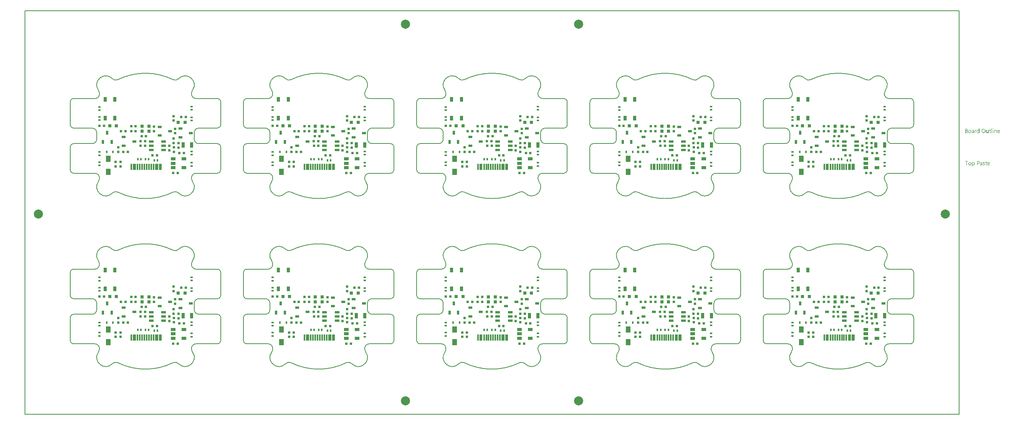
<source format=gtp>
G04*
G04 #@! TF.GenerationSoftware,Altium Limited,Altium Designer,21.8.1 (53)*
G04*
G04 Layer_Color=8421504*
%FSAX25Y25*%
%MOIN*%
G70*
G04*
G04 #@! TF.SameCoordinates,1F37B80F-4F8A-41ED-B193-F68951B3532E*
G04*
G04*
G04 #@! TF.FilePolarity,Positive*
G04*
G01*
G75*
%ADD10C,0.07874*%
%ADD11R,0.04331X0.05315*%
%ADD15R,0.02559X0.04134*%
%ADD16R,0.02756X0.05118*%
%ADD17R,0.03543X0.02362*%
%ADD18R,0.02165X0.01968*%
%ADD19R,0.01968X0.02165*%
%ADD23R,0.01968X0.02165*%
%ADD24R,0.03150X0.02559*%
%ADD25R,0.03937X0.02756*%
%ADD26R,0.01181X0.05709*%
%ADD27R,0.03937X0.02362*%
%ADD29R,0.02362X0.03543*%
%ADD33C,0.00787*%
%ADD47R,0.02461X0.01280*%
%ADD48R,0.01280X0.02461*%
%ADD49R,0.02756X0.02756*%
%ADD50R,0.01575X0.02362*%
G36*
X0820961Y0228622D02*
X0820986D01*
X0821041Y0228597D01*
X0821072Y0228578D01*
X0821103Y0228554D01*
X0821110Y0228548D01*
X0821116Y0228541D01*
X0821147Y0228504D01*
X0821171Y0228442D01*
X0821178Y0228405D01*
X0821184Y0228368D01*
Y0228362D01*
Y0228349D01*
X0821178Y0228331D01*
X0821171Y0228306D01*
X0821153Y0228244D01*
X0821128Y0228213D01*
X0821103Y0228182D01*
X0821097D01*
X0821091Y0228170D01*
X0821054Y0228145D01*
X0820998Y0228120D01*
X0820961Y0228114D01*
X0820924Y0228108D01*
X0820905D01*
X0820887Y0228114D01*
X0820862D01*
X0820800Y0228139D01*
X0820769Y0228151D01*
X0820738Y0228176D01*
Y0228182D01*
X0820726Y0228188D01*
X0820714Y0228207D01*
X0820701Y0228226D01*
X0820676Y0228288D01*
X0820670Y0228325D01*
X0820664Y0228368D01*
Y0228374D01*
Y0228387D01*
X0820670Y0228405D01*
X0820676Y0228436D01*
X0820695Y0228492D01*
X0820714Y0228523D01*
X0820738Y0228554D01*
X0820744Y0228560D01*
X0820751Y0228566D01*
X0820788Y0228591D01*
X0820850Y0228616D01*
X0820887Y0228628D01*
X0820942D01*
X0820961Y0228622D01*
D02*
G37*
G36*
X0808971Y0224957D02*
X0808569D01*
Y0225378D01*
X0808556D01*
Y0225372D01*
X0808544Y0225360D01*
X0808525Y0225335D01*
X0808507Y0225304D01*
X0808476Y0225267D01*
X0808439Y0225230D01*
X0808395Y0225186D01*
X0808346Y0225143D01*
X0808290Y0225094D01*
X0808222Y0225050D01*
X0808154Y0225013D01*
X0808074Y0224976D01*
X0807993Y0224945D01*
X0807900Y0224920D01*
X0807801Y0224908D01*
X0807696Y0224902D01*
X0807652D01*
X0807615Y0224908D01*
X0807578Y0224914D01*
X0807529Y0224920D01*
X0807423Y0224945D01*
X0807300Y0224982D01*
X0807176Y0225044D01*
X0807108Y0225081D01*
X0807052Y0225124D01*
X0806990Y0225180D01*
X0806935Y0225236D01*
Y0225242D01*
X0806922Y0225254D01*
X0806910Y0225273D01*
X0806891Y0225298D01*
X0806873Y0225329D01*
X0806848Y0225372D01*
X0806823Y0225422D01*
X0806798Y0225477D01*
X0806767Y0225539D01*
X0806743Y0225607D01*
X0806718Y0225681D01*
X0806699Y0225762D01*
X0806681Y0225849D01*
X0806668Y0225948D01*
X0806662Y0226047D01*
X0806656Y0226152D01*
Y0226158D01*
Y0226177D01*
Y0226214D01*
X0806662Y0226257D01*
X0806668Y0226307D01*
X0806674Y0226369D01*
X0806681Y0226437D01*
X0806693Y0226511D01*
X0806730Y0226672D01*
X0806786Y0226839D01*
X0806823Y0226920D01*
X0806866Y0227000D01*
X0806910Y0227074D01*
X0806966Y0227149D01*
X0806972Y0227155D01*
X0806978Y0227167D01*
X0806996Y0227186D01*
X0807021Y0227210D01*
X0807052Y0227235D01*
X0807095Y0227266D01*
X0807139Y0227303D01*
X0807188Y0227341D01*
X0807312Y0227409D01*
X0807454Y0227470D01*
X0807535Y0227489D01*
X0807622Y0227508D01*
X0807708Y0227520D01*
X0807807Y0227526D01*
X0807857D01*
X0807894Y0227520D01*
X0807931Y0227514D01*
X0807981Y0227508D01*
X0808092Y0227477D01*
X0808216Y0227427D01*
X0808278Y0227396D01*
X0808340Y0227353D01*
X0808401Y0227309D01*
X0808457Y0227254D01*
X0808507Y0227192D01*
X0808556Y0227118D01*
X0808569D01*
Y0228678D01*
X0808971D01*
Y0224957D01*
D02*
G37*
G36*
X0823239Y0227520D02*
X0823313Y0227514D01*
X0823406Y0227495D01*
X0823505Y0227464D01*
X0823610Y0227415D01*
X0823716Y0227347D01*
X0823759Y0227309D01*
X0823802Y0227260D01*
X0823815Y0227248D01*
X0823839Y0227210D01*
X0823870Y0227149D01*
X0823914Y0227062D01*
X0823951Y0226957D01*
X0823988Y0226827D01*
X0824013Y0226672D01*
X0824019Y0226492D01*
Y0224957D01*
X0823617D01*
Y0226387D01*
Y0226393D01*
Y0226424D01*
X0823610Y0226462D01*
Y0226511D01*
X0823598Y0226573D01*
X0823586Y0226641D01*
X0823567Y0226715D01*
X0823542Y0226789D01*
X0823511Y0226864D01*
X0823474Y0226932D01*
X0823425Y0227000D01*
X0823369Y0227062D01*
X0823307Y0227111D01*
X0823227Y0227149D01*
X0823140Y0227180D01*
X0823035Y0227186D01*
X0823022D01*
X0822985Y0227180D01*
X0822929Y0227173D01*
X0822861Y0227155D01*
X0822781Y0227130D01*
X0822694Y0227087D01*
X0822614Y0227031D01*
X0822533Y0226957D01*
X0822527Y0226944D01*
X0822502Y0226920D01*
X0822471Y0226870D01*
X0822434Y0226802D01*
X0822397Y0226722D01*
X0822366Y0226622D01*
X0822341Y0226511D01*
X0822335Y0226387D01*
Y0224957D01*
X0821933D01*
Y0227470D01*
X0822335D01*
Y0227049D01*
X0822348D01*
X0822354Y0227056D01*
X0822360Y0227068D01*
X0822379Y0227093D01*
X0822403Y0227124D01*
X0822428Y0227161D01*
X0822465Y0227198D01*
X0822509Y0227241D01*
X0822558Y0227291D01*
X0822614Y0227334D01*
X0822676Y0227378D01*
X0822744Y0227415D01*
X0822818Y0227452D01*
X0822892Y0227483D01*
X0822979Y0227508D01*
X0823072Y0227520D01*
X0823171Y0227526D01*
X0823208D01*
X0823239Y0227520D01*
D02*
G37*
G36*
X0806241Y0227508D02*
X0806316Y0227501D01*
X0806359Y0227489D01*
X0806390Y0227477D01*
Y0227062D01*
X0806384Y0227068D01*
X0806371Y0227074D01*
X0806347Y0227087D01*
X0806316Y0227105D01*
X0806272Y0227118D01*
X0806217Y0227130D01*
X0806155Y0227136D01*
X0806087Y0227142D01*
X0806074D01*
X0806043Y0227136D01*
X0805994Y0227130D01*
X0805938Y0227111D01*
X0805864Y0227080D01*
X0805796Y0227037D01*
X0805721Y0226975D01*
X0805653Y0226895D01*
X0805647Y0226882D01*
X0805628Y0226851D01*
X0805597Y0226796D01*
X0805567Y0226722D01*
X0805536Y0226629D01*
X0805505Y0226511D01*
X0805486Y0226381D01*
X0805480Y0226232D01*
Y0224957D01*
X0805077D01*
Y0227470D01*
X0805480D01*
Y0226951D01*
X0805492D01*
Y0226957D01*
X0805498Y0226963D01*
X0805511Y0226994D01*
X0805529Y0227043D01*
X0805560Y0227105D01*
X0805591Y0227167D01*
X0805641Y0227235D01*
X0805690Y0227303D01*
X0805752Y0227365D01*
X0805758Y0227371D01*
X0805783Y0227390D01*
X0805820Y0227415D01*
X0805870Y0227439D01*
X0805925Y0227464D01*
X0805994Y0227489D01*
X0806068Y0227508D01*
X0806148Y0227514D01*
X0806204D01*
X0806241Y0227508D01*
D02*
G37*
G36*
X0816981Y0224957D02*
X0816578D01*
Y0225354D01*
X0816566D01*
Y0225347D01*
X0816554Y0225335D01*
X0816541Y0225310D01*
X0816517Y0225285D01*
X0816461Y0225211D01*
X0816374Y0225131D01*
X0816325Y0225087D01*
X0816269Y0225044D01*
X0816207Y0225007D01*
X0816133Y0224970D01*
X0816059Y0224945D01*
X0815978Y0224920D01*
X0815885Y0224908D01*
X0815792Y0224902D01*
X0815755D01*
X0815712Y0224908D01*
X0815650Y0224920D01*
X0815582Y0224933D01*
X0815508Y0224957D01*
X0815427Y0224988D01*
X0815347Y0225038D01*
X0815260Y0225094D01*
X0815180Y0225162D01*
X0815105Y0225248D01*
X0815037Y0225354D01*
X0814975Y0225471D01*
X0814932Y0225613D01*
X0814907Y0225781D01*
X0814895Y0225867D01*
Y0225966D01*
Y0227470D01*
X0815291D01*
Y0226028D01*
Y0226022D01*
Y0225997D01*
X0815297Y0225954D01*
X0815303Y0225904D01*
X0815310Y0225842D01*
X0815322Y0225781D01*
X0815341Y0225706D01*
X0815365Y0225632D01*
X0815402Y0225558D01*
X0815440Y0225490D01*
X0815489Y0225422D01*
X0815551Y0225360D01*
X0815619Y0225310D01*
X0815699Y0225273D01*
X0815799Y0225242D01*
X0815904Y0225236D01*
X0815916D01*
X0815953Y0225242D01*
X0816009Y0225248D01*
X0816071Y0225261D01*
X0816151Y0225292D01*
X0816232Y0225329D01*
X0816312Y0225378D01*
X0816387Y0225452D01*
X0816393Y0225465D01*
X0816418Y0225490D01*
X0816448Y0225539D01*
X0816486Y0225607D01*
X0816517Y0225688D01*
X0816548Y0225787D01*
X0816572Y0225898D01*
X0816578Y0226022D01*
Y0227470D01*
X0816981D01*
Y0224957D01*
D02*
G37*
G36*
X0821116D02*
X0820714D01*
Y0227470D01*
X0821116D01*
Y0224957D01*
D02*
G37*
G36*
X0819896D02*
X0819494D01*
Y0228678D01*
X0819896D01*
Y0224957D01*
D02*
G37*
G36*
X0803518Y0227520D02*
X0803573Y0227514D01*
X0803641Y0227495D01*
X0803716Y0227477D01*
X0803796Y0227446D01*
X0803883Y0227409D01*
X0803963Y0227359D01*
X0804044Y0227297D01*
X0804118Y0227223D01*
X0804186Y0227130D01*
X0804242Y0227025D01*
X0804285Y0226901D01*
X0804310Y0226759D01*
X0804322Y0226591D01*
Y0224957D01*
X0803920D01*
Y0225347D01*
X0803908D01*
Y0225341D01*
X0803895Y0225329D01*
X0803883Y0225304D01*
X0803858Y0225279D01*
X0803796Y0225205D01*
X0803716Y0225124D01*
X0803604Y0225044D01*
X0803474Y0224970D01*
X0803394Y0224945D01*
X0803313Y0224920D01*
X0803227Y0224908D01*
X0803134Y0224902D01*
X0803097D01*
X0803072Y0224908D01*
X0803004Y0224914D01*
X0802923Y0224926D01*
X0802824Y0224951D01*
X0802732Y0224982D01*
X0802633Y0225032D01*
X0802546Y0225094D01*
X0802540Y0225106D01*
X0802515Y0225131D01*
X0802478Y0225174D01*
X0802441Y0225236D01*
X0802403Y0225310D01*
X0802366Y0225397D01*
X0802341Y0225502D01*
X0802335Y0225620D01*
Y0225626D01*
Y0225651D01*
X0802341Y0225688D01*
X0802348Y0225731D01*
X0802360Y0225787D01*
X0802379Y0225849D01*
X0802403Y0225917D01*
X0802441Y0225985D01*
X0802484Y0226059D01*
X0802540Y0226133D01*
X0802608Y0226202D01*
X0802688Y0226263D01*
X0802781Y0226325D01*
X0802892Y0226375D01*
X0803016Y0226412D01*
X0803165Y0226443D01*
X0803920Y0226548D01*
Y0226554D01*
Y0226573D01*
X0803914Y0226610D01*
Y0226647D01*
X0803901Y0226697D01*
X0803895Y0226752D01*
X0803858Y0226870D01*
X0803827Y0226926D01*
X0803796Y0226981D01*
X0803753Y0227037D01*
X0803703Y0227087D01*
X0803641Y0227130D01*
X0803573Y0227161D01*
X0803493Y0227180D01*
X0803400Y0227186D01*
X0803357D01*
X0803326Y0227180D01*
X0803282D01*
X0803239Y0227167D01*
X0803128Y0227149D01*
X0803004Y0227111D01*
X0802868Y0227056D01*
X0802793Y0227019D01*
X0802725Y0226981D01*
X0802651Y0226932D01*
X0802583Y0226876D01*
Y0227291D01*
X0802589D01*
X0802602Y0227303D01*
X0802620Y0227316D01*
X0802651Y0227328D01*
X0802682Y0227347D01*
X0802725Y0227365D01*
X0802775Y0227384D01*
X0802831Y0227409D01*
X0802954Y0227452D01*
X0803103Y0227489D01*
X0803264Y0227514D01*
X0803437Y0227526D01*
X0803474D01*
X0803518Y0227520D01*
D02*
G37*
G36*
X0797829Y0228467D02*
X0797872D01*
X0797916Y0228461D01*
X0798015Y0228449D01*
X0798132Y0228417D01*
X0798256Y0228380D01*
X0798374Y0228325D01*
X0798479Y0228250D01*
X0798485D01*
X0798491Y0228238D01*
X0798522Y0228213D01*
X0798566Y0228164D01*
X0798615Y0228096D01*
X0798659Y0228009D01*
X0798702Y0227910D01*
X0798733Y0227799D01*
X0798745Y0227737D01*
Y0227668D01*
Y0227662D01*
Y0227656D01*
Y0227619D01*
X0798739Y0227563D01*
X0798727Y0227495D01*
X0798708Y0227409D01*
X0798677Y0227322D01*
X0798640Y0227235D01*
X0798584Y0227149D01*
X0798578Y0227136D01*
X0798553Y0227111D01*
X0798516Y0227074D01*
X0798467Y0227025D01*
X0798405Y0226975D01*
X0798330Y0226920D01*
X0798238Y0226876D01*
X0798139Y0226833D01*
Y0226827D01*
X0798157D01*
X0798176Y0226820D01*
X0798194Y0226814D01*
X0798262Y0226802D01*
X0798343Y0226777D01*
X0798429Y0226740D01*
X0798522Y0226697D01*
X0798615Y0226635D01*
X0798702Y0226554D01*
X0798714Y0226542D01*
X0798739Y0226511D01*
X0798770Y0226468D01*
X0798813Y0226400D01*
X0798850Y0226313D01*
X0798887Y0226214D01*
X0798912Y0226096D01*
X0798918Y0225966D01*
Y0225960D01*
Y0225948D01*
Y0225923D01*
X0798912Y0225892D01*
X0798906Y0225855D01*
X0798900Y0225812D01*
X0798875Y0225706D01*
X0798838Y0225589D01*
X0798782Y0225465D01*
X0798745Y0225409D01*
X0798702Y0225347D01*
X0798646Y0225292D01*
X0798590Y0225236D01*
X0798584D01*
X0798578Y0225223D01*
X0798559Y0225211D01*
X0798535Y0225192D01*
X0798504Y0225174D01*
X0798460Y0225149D01*
X0798368Y0225100D01*
X0798250Y0225044D01*
X0798114Y0225001D01*
X0797953Y0224970D01*
X0797872Y0224963D01*
X0797780Y0224957D01*
X0796752D01*
Y0228473D01*
X0797798D01*
X0797829Y0228467D01*
D02*
G37*
G36*
X0818324Y0227470D02*
X0818962D01*
Y0227124D01*
X0818324D01*
Y0225706D01*
Y0225694D01*
Y0225663D01*
X0818330Y0225620D01*
X0818336Y0225564D01*
X0818361Y0225446D01*
X0818380Y0225391D01*
X0818411Y0225347D01*
X0818417Y0225341D01*
X0818429Y0225329D01*
X0818448Y0225316D01*
X0818479Y0225298D01*
X0818516Y0225273D01*
X0818565Y0225261D01*
X0818627Y0225248D01*
X0818696Y0225242D01*
X0818720D01*
X0818751Y0225248D01*
X0818788Y0225254D01*
X0818875Y0225279D01*
X0818918Y0225298D01*
X0818962Y0225323D01*
Y0224976D01*
X0818956D01*
X0818937Y0224963D01*
X0818906Y0224957D01*
X0818863Y0224945D01*
X0818807Y0224933D01*
X0818745Y0224920D01*
X0818671Y0224914D01*
X0818584Y0224908D01*
X0818553D01*
X0818522Y0224914D01*
X0818479Y0224920D01*
X0818429Y0224933D01*
X0818374Y0224945D01*
X0818318Y0224970D01*
X0818256Y0225001D01*
X0818194Y0225038D01*
X0818132Y0225087D01*
X0818077Y0225143D01*
X0818027Y0225217D01*
X0817984Y0225298D01*
X0817953Y0225397D01*
X0817928Y0225508D01*
X0817922Y0225638D01*
Y0227124D01*
X0817495D01*
Y0227470D01*
X0817922D01*
Y0228083D01*
X0818324Y0228213D01*
Y0227470D01*
D02*
G37*
G36*
X0825851Y0227520D02*
X0825895Y0227514D01*
X0825938Y0227508D01*
X0826049Y0227489D01*
X0826173Y0227446D01*
X0826297Y0227390D01*
X0826359Y0227353D01*
X0826421Y0227309D01*
X0826476Y0227260D01*
X0826532Y0227204D01*
X0826538Y0227198D01*
X0826544Y0227192D01*
X0826557Y0227173D01*
X0826575Y0227149D01*
X0826594Y0227111D01*
X0826619Y0227074D01*
X0826643Y0227031D01*
X0826668Y0226975D01*
X0826693Y0226913D01*
X0826718Y0226851D01*
X0826742Y0226777D01*
X0826761Y0226697D01*
X0826780Y0226610D01*
X0826792Y0226523D01*
X0826804Y0226424D01*
Y0226319D01*
Y0226109D01*
X0825028D01*
Y0226102D01*
Y0226090D01*
Y0226072D01*
X0825034Y0226041D01*
X0825040Y0226003D01*
Y0225966D01*
X0825059Y0225867D01*
X0825090Y0225768D01*
X0825127Y0225657D01*
X0825183Y0225552D01*
X0825251Y0225459D01*
X0825263Y0225446D01*
X0825288Y0225422D01*
X0825337Y0225391D01*
X0825406Y0225347D01*
X0825492Y0225304D01*
X0825591Y0225273D01*
X0825709Y0225248D01*
X0825845Y0225236D01*
X0825888D01*
X0825919Y0225242D01*
X0825956D01*
X0826000Y0225248D01*
X0826105Y0225273D01*
X0826223Y0225304D01*
X0826353Y0225354D01*
X0826489Y0225422D01*
X0826557Y0225465D01*
X0826625Y0225514D01*
Y0225137D01*
X0826619D01*
X0826612Y0225124D01*
X0826594Y0225118D01*
X0826563Y0225100D01*
X0826532Y0225081D01*
X0826495Y0225062D01*
X0826445Y0225044D01*
X0826396Y0225019D01*
X0826334Y0224994D01*
X0826266Y0224976D01*
X0826117Y0224939D01*
X0825944Y0224914D01*
X0825752Y0224902D01*
X0825703D01*
X0825665Y0224908D01*
X0825622Y0224914D01*
X0825566Y0224920D01*
X0825449Y0224945D01*
X0825313Y0224982D01*
X0825176Y0225044D01*
X0825108Y0225087D01*
X0825040Y0225131D01*
X0824978Y0225180D01*
X0824916Y0225242D01*
X0824910Y0225248D01*
X0824904Y0225261D01*
X0824892Y0225279D01*
X0824867Y0225304D01*
X0824848Y0225341D01*
X0824824Y0225384D01*
X0824793Y0225434D01*
X0824768Y0225490D01*
X0824737Y0225552D01*
X0824712Y0225626D01*
X0824681Y0225706D01*
X0824663Y0225793D01*
X0824644Y0225886D01*
X0824625Y0225985D01*
X0824619Y0226090D01*
X0824613Y0226202D01*
Y0226208D01*
Y0226226D01*
Y0226257D01*
X0824619Y0226301D01*
X0824625Y0226350D01*
X0824632Y0226406D01*
X0824638Y0226474D01*
X0824656Y0226542D01*
X0824694Y0226691D01*
X0824749Y0226851D01*
X0824786Y0226932D01*
X0824836Y0227006D01*
X0824885Y0227087D01*
X0824941Y0227155D01*
X0824947Y0227161D01*
X0824960Y0227173D01*
X0824978Y0227192D01*
X0825003Y0227210D01*
X0825034Y0227241D01*
X0825071Y0227272D01*
X0825121Y0227303D01*
X0825170Y0227341D01*
X0825288Y0227409D01*
X0825430Y0227470D01*
X0825511Y0227489D01*
X0825591Y0227508D01*
X0825678Y0227520D01*
X0825771Y0227526D01*
X0825820D01*
X0825851Y0227520D01*
D02*
G37*
G36*
X0812809Y0228529D02*
X0812871Y0228523D01*
X0812945Y0228510D01*
X0813025Y0228492D01*
X0813112Y0228473D01*
X0813199Y0228449D01*
X0813298Y0228417D01*
X0813391Y0228374D01*
X0813490Y0228325D01*
X0813589Y0228269D01*
X0813682Y0228201D01*
X0813774Y0228127D01*
X0813861Y0228040D01*
X0813867Y0228034D01*
X0813880Y0228015D01*
X0813904Y0227990D01*
X0813929Y0227953D01*
X0813966Y0227904D01*
X0814003Y0227842D01*
X0814041Y0227774D01*
X0814084Y0227699D01*
X0814127Y0227607D01*
X0814164Y0227514D01*
X0814202Y0227409D01*
X0814239Y0227291D01*
X0814264Y0227173D01*
X0814288Y0227043D01*
X0814301Y0226901D01*
X0814307Y0226759D01*
Y0226746D01*
Y0226722D01*
Y0226678D01*
X0814301Y0226616D01*
X0814294Y0226542D01*
X0814282Y0226462D01*
X0814270Y0226369D01*
X0814251Y0226263D01*
X0814226Y0226158D01*
X0814195Y0226047D01*
X0814158Y0225935D01*
X0814115Y0225824D01*
X0814059Y0225706D01*
X0813997Y0225601D01*
X0813929Y0225496D01*
X0813849Y0225397D01*
X0813843Y0225391D01*
X0813830Y0225378D01*
X0813799Y0225354D01*
X0813768Y0225323D01*
X0813719Y0225279D01*
X0813663Y0225242D01*
X0813601Y0225192D01*
X0813527Y0225149D01*
X0813446Y0225106D01*
X0813354Y0225056D01*
X0813255Y0225019D01*
X0813143Y0224982D01*
X0813025Y0224945D01*
X0812902Y0224920D01*
X0812772Y0224908D01*
X0812629Y0224902D01*
X0812598D01*
X0812555Y0224908D01*
X0812506D01*
X0812444Y0224914D01*
X0812369Y0224926D01*
X0812289Y0224945D01*
X0812196Y0224963D01*
X0812103Y0224988D01*
X0812004Y0225019D01*
X0811905Y0225062D01*
X0811806Y0225106D01*
X0811707Y0225162D01*
X0811608Y0225230D01*
X0811515Y0225304D01*
X0811428Y0225391D01*
X0811422Y0225397D01*
X0811410Y0225415D01*
X0811385Y0225440D01*
X0811360Y0225477D01*
X0811323Y0225527D01*
X0811286Y0225589D01*
X0811249Y0225657D01*
X0811206Y0225737D01*
X0811162Y0225824D01*
X0811125Y0225917D01*
X0811088Y0226022D01*
X0811051Y0226140D01*
X0811026Y0226257D01*
X0811001Y0226387D01*
X0810989Y0226530D01*
X0810983Y0226672D01*
Y0226684D01*
Y0226709D01*
X0810989Y0226752D01*
Y0226814D01*
X0810995Y0226882D01*
X0811007Y0226969D01*
X0811020Y0227062D01*
X0811038Y0227161D01*
X0811063Y0227266D01*
X0811094Y0227378D01*
X0811131Y0227489D01*
X0811175Y0227600D01*
X0811230Y0227712D01*
X0811292Y0227823D01*
X0811360Y0227928D01*
X0811441Y0228028D01*
X0811447Y0228034D01*
X0811459Y0228052D01*
X0811490Y0228077D01*
X0811528Y0228108D01*
X0811571Y0228145D01*
X0811627Y0228188D01*
X0811695Y0228232D01*
X0811769Y0228281D01*
X0811856Y0228331D01*
X0811948Y0228374D01*
X0812047Y0228417D01*
X0812159Y0228455D01*
X0812283Y0228486D01*
X0812413Y0228517D01*
X0812549Y0228529D01*
X0812691Y0228535D01*
X0812759D01*
X0812809Y0228529D01*
D02*
G37*
G36*
X0800782Y0227520D02*
X0800825Y0227514D01*
X0800881Y0227508D01*
X0801005Y0227483D01*
X0801147Y0227439D01*
X0801289Y0227378D01*
X0801363Y0227341D01*
X0801432Y0227297D01*
X0801500Y0227241D01*
X0801562Y0227180D01*
X0801568Y0227173D01*
X0801574Y0227161D01*
X0801593Y0227142D01*
X0801611Y0227118D01*
X0801636Y0227080D01*
X0801661Y0227037D01*
X0801692Y0226988D01*
X0801723Y0226932D01*
X0801747Y0226864D01*
X0801778Y0226796D01*
X0801803Y0226715D01*
X0801828Y0226629D01*
X0801846Y0226536D01*
X0801865Y0226437D01*
X0801871Y0226331D01*
X0801877Y0226220D01*
Y0226214D01*
Y0226195D01*
Y0226164D01*
X0801871Y0226121D01*
X0801865Y0226072D01*
X0801859Y0226010D01*
X0801846Y0225948D01*
X0801834Y0225873D01*
X0801797Y0225725D01*
X0801735Y0225564D01*
X0801698Y0225483D01*
X0801648Y0225403D01*
X0801599Y0225329D01*
X0801537Y0225261D01*
X0801531Y0225254D01*
X0801518Y0225248D01*
X0801500Y0225230D01*
X0801475Y0225205D01*
X0801438Y0225180D01*
X0801401Y0225149D01*
X0801351Y0225112D01*
X0801295Y0225081D01*
X0801233Y0225050D01*
X0801165Y0225013D01*
X0801091Y0224982D01*
X0801011Y0224957D01*
X0800924Y0224933D01*
X0800831Y0224920D01*
X0800732Y0224908D01*
X0800627Y0224902D01*
X0800571D01*
X0800534Y0224908D01*
X0800491Y0224914D01*
X0800435Y0224920D01*
X0800373Y0224933D01*
X0800305Y0224945D01*
X0800163Y0224988D01*
X0800014Y0225050D01*
X0799940Y0225087D01*
X0799872Y0225137D01*
X0799804Y0225186D01*
X0799735Y0225248D01*
X0799729Y0225254D01*
X0799723Y0225267D01*
X0799705Y0225285D01*
X0799686Y0225310D01*
X0799661Y0225347D01*
X0799630Y0225391D01*
X0799599Y0225440D01*
X0799575Y0225496D01*
X0799544Y0225564D01*
X0799513Y0225632D01*
X0799482Y0225706D01*
X0799457Y0225793D01*
X0799420Y0225979D01*
X0799414Y0226078D01*
X0799407Y0226183D01*
Y0226189D01*
Y0226214D01*
Y0226245D01*
X0799414Y0226288D01*
X0799420Y0226338D01*
X0799426Y0226400D01*
X0799438Y0226468D01*
X0799451Y0226542D01*
X0799488Y0226703D01*
X0799550Y0226864D01*
X0799593Y0226944D01*
X0799637Y0227025D01*
X0799686Y0227099D01*
X0799748Y0227167D01*
X0799754Y0227173D01*
X0799766Y0227186D01*
X0799785Y0227198D01*
X0799810Y0227223D01*
X0799847Y0227248D01*
X0799890Y0227278D01*
X0799940Y0227316D01*
X0799996Y0227347D01*
X0800057Y0227378D01*
X0800132Y0227415D01*
X0800206Y0227446D01*
X0800293Y0227470D01*
X0800379Y0227495D01*
X0800478Y0227514D01*
X0800584Y0227520D01*
X0800689Y0227526D01*
X0800745D01*
X0800782Y0227520D01*
D02*
G37*
G36*
X0803994Y0199482D02*
X0804038Y0199476D01*
X0804081Y0199469D01*
X0804192Y0199445D01*
X0804316Y0199407D01*
X0804440Y0199346D01*
X0804502Y0199308D01*
X0804564Y0199259D01*
X0804619Y0199209D01*
X0804675Y0199147D01*
X0804681Y0199141D01*
X0804688Y0199135D01*
X0804700Y0199110D01*
X0804718Y0199086D01*
X0804737Y0199055D01*
X0804762Y0199011D01*
X0804787Y0198962D01*
X0804811Y0198912D01*
X0804836Y0198850D01*
X0804861Y0198782D01*
X0804886Y0198708D01*
X0804904Y0198627D01*
X0804935Y0198448D01*
X0804947Y0198349D01*
Y0198244D01*
Y0198238D01*
Y0198219D01*
Y0198182D01*
X0804941Y0198138D01*
Y0198089D01*
X0804929Y0198027D01*
X0804923Y0197959D01*
X0804910Y0197885D01*
X0804873Y0197724D01*
X0804817Y0197557D01*
X0804780Y0197476D01*
X0804743Y0197396D01*
X0804694Y0197315D01*
X0804638Y0197241D01*
X0804632Y0197235D01*
X0804626Y0197222D01*
X0804607Y0197204D01*
X0804582Y0197185D01*
X0804551Y0197154D01*
X0804514Y0197123D01*
X0804471Y0197086D01*
X0804421Y0197055D01*
X0804366Y0197018D01*
X0804304Y0196981D01*
X0804155Y0196925D01*
X0804075Y0196900D01*
X0803994Y0196882D01*
X0803901Y0196870D01*
X0803802Y0196863D01*
X0803753D01*
X0803722Y0196870D01*
X0803679Y0196876D01*
X0803635Y0196888D01*
X0803524Y0196913D01*
X0803406Y0196962D01*
X0803338Y0197000D01*
X0803276Y0197037D01*
X0803214Y0197086D01*
X0803159Y0197142D01*
X0803097Y0197204D01*
X0803047Y0197278D01*
X0803035D01*
Y0195768D01*
X0802633D01*
Y0199432D01*
X0803035D01*
Y0198986D01*
X0803047D01*
X0803053Y0198993D01*
X0803060Y0199011D01*
X0803078Y0199036D01*
X0803103Y0199067D01*
X0803134Y0199104D01*
X0803171Y0199147D01*
X0803214Y0199191D01*
X0803270Y0199240D01*
X0803326Y0199284D01*
X0803388Y0199327D01*
X0803462Y0199370D01*
X0803536Y0199407D01*
X0803623Y0199445D01*
X0803716Y0199469D01*
X0803809Y0199482D01*
X0803914Y0199488D01*
X0803963D01*
X0803994Y0199482D01*
D02*
G37*
G36*
X0813267D02*
X0813347Y0199476D01*
X0813434Y0199463D01*
X0813533Y0199438D01*
X0813632Y0199414D01*
X0813731Y0199376D01*
Y0198968D01*
X0813719Y0198974D01*
X0813682Y0198999D01*
X0813626Y0199024D01*
X0813552Y0199061D01*
X0813459Y0199092D01*
X0813347Y0199123D01*
X0813223Y0199141D01*
X0813094Y0199147D01*
X0813025D01*
X0812964Y0199135D01*
X0812889Y0199123D01*
X0812883D01*
X0812877Y0199117D01*
X0812840Y0199104D01*
X0812790Y0199079D01*
X0812735Y0199048D01*
X0812722Y0199042D01*
X0812697Y0199018D01*
X0812666Y0198980D01*
X0812636Y0198937D01*
X0812629Y0198925D01*
X0812617Y0198894D01*
X0812605Y0198850D01*
X0812598Y0198795D01*
Y0198788D01*
Y0198776D01*
Y0198758D01*
X0812605Y0198739D01*
X0812617Y0198683D01*
X0812636Y0198627D01*
X0812642Y0198615D01*
X0812660Y0198590D01*
X0812697Y0198553D01*
X0812741Y0198510D01*
X0812747D01*
X0812753Y0198504D01*
X0812790Y0198479D01*
X0812840Y0198448D01*
X0812908Y0198417D01*
X0812914D01*
X0812926Y0198411D01*
X0812945Y0198405D01*
X0812976Y0198392D01*
X0813044Y0198368D01*
X0813131Y0198330D01*
X0813137D01*
X0813162Y0198318D01*
X0813193Y0198306D01*
X0813230Y0198293D01*
X0813329Y0198250D01*
X0813428Y0198200D01*
X0813434D01*
X0813453Y0198188D01*
X0813477Y0198176D01*
X0813508Y0198157D01*
X0813583Y0198108D01*
X0813657Y0198046D01*
X0813663Y0198039D01*
X0813675Y0198033D01*
X0813688Y0198015D01*
X0813713Y0197990D01*
X0813756Y0197928D01*
X0813799Y0197848D01*
Y0197841D01*
X0813805Y0197829D01*
X0813818Y0197804D01*
X0813824Y0197773D01*
X0813836Y0197736D01*
X0813843Y0197693D01*
X0813849Y0197588D01*
Y0197581D01*
Y0197557D01*
X0813843Y0197520D01*
X0813836Y0197476D01*
X0813830Y0197427D01*
X0813812Y0197371D01*
X0813793Y0197321D01*
X0813762Y0197266D01*
X0813756Y0197259D01*
X0813750Y0197241D01*
X0813731Y0197216D01*
X0813706Y0197185D01*
X0813675Y0197148D01*
X0813638Y0197111D01*
X0813545Y0197037D01*
X0813539Y0197030D01*
X0813521Y0197024D01*
X0813496Y0197006D01*
X0813453Y0196987D01*
X0813409Y0196962D01*
X0813354Y0196944D01*
X0813298Y0196925D01*
X0813230Y0196907D01*
X0813223D01*
X0813199Y0196900D01*
X0813162Y0196894D01*
X0813118Y0196888D01*
X0813056Y0196876D01*
X0812994Y0196870D01*
X0812852Y0196863D01*
X0812790D01*
X0812716Y0196870D01*
X0812623Y0196882D01*
X0812518Y0196900D01*
X0812407Y0196925D01*
X0812295Y0196956D01*
X0812184Y0197006D01*
Y0197439D01*
X0812190D01*
X0812196Y0197427D01*
X0812215Y0197414D01*
X0812239Y0197402D01*
X0812307Y0197365D01*
X0812400Y0197321D01*
X0812506Y0197272D01*
X0812629Y0197235D01*
X0812766Y0197210D01*
X0812908Y0197198D01*
X0812957D01*
X0812988Y0197204D01*
X0813075Y0197216D01*
X0813174Y0197241D01*
X0813267Y0197284D01*
X0813310Y0197315D01*
X0813354Y0197346D01*
X0813385Y0197389D01*
X0813409Y0197433D01*
X0813428Y0197489D01*
X0813434Y0197550D01*
Y0197557D01*
Y0197569D01*
Y0197588D01*
X0813428Y0197606D01*
X0813415Y0197662D01*
X0813391Y0197718D01*
Y0197724D01*
X0813385Y0197730D01*
X0813360Y0197761D01*
X0813323Y0197804D01*
X0813267Y0197841D01*
X0813261D01*
X0813255Y0197854D01*
X0813217Y0197872D01*
X0813162Y0197909D01*
X0813087Y0197940D01*
X0813081D01*
X0813069Y0197947D01*
X0813050Y0197959D01*
X0813019Y0197971D01*
X0812951Y0197996D01*
X0812864Y0198033D01*
X0812858D01*
X0812834Y0198046D01*
X0812803Y0198058D01*
X0812766Y0198070D01*
X0812666Y0198114D01*
X0812567Y0198163D01*
X0812561Y0198170D01*
X0812549Y0198176D01*
X0812524Y0198188D01*
X0812493Y0198207D01*
X0812425Y0198256D01*
X0812357Y0198312D01*
X0812351Y0198318D01*
X0812345Y0198324D01*
X0812326Y0198343D01*
X0812307Y0198368D01*
X0812264Y0198429D01*
X0812227Y0198504D01*
Y0198510D01*
X0812221Y0198522D01*
X0812215Y0198547D01*
X0812208Y0198578D01*
X0812202Y0198615D01*
X0812196Y0198659D01*
X0812190Y0198764D01*
Y0198770D01*
Y0198795D01*
X0812196Y0198826D01*
X0812202Y0198869D01*
X0812208Y0198918D01*
X0812227Y0198968D01*
X0812245Y0199024D01*
X0812270Y0199073D01*
X0812276Y0199079D01*
X0812283Y0199098D01*
X0812301Y0199123D01*
X0812326Y0199154D01*
X0812394Y0199228D01*
X0812481Y0199302D01*
X0812487Y0199308D01*
X0812506Y0199315D01*
X0812530Y0199333D01*
X0812574Y0199352D01*
X0812617Y0199376D01*
X0812666Y0199401D01*
X0812790Y0199438D01*
X0812796D01*
X0812821Y0199445D01*
X0812852Y0199457D01*
X0812902Y0199463D01*
X0812951Y0199476D01*
X0813013Y0199482D01*
X0813149Y0199488D01*
X0813205D01*
X0813267Y0199482D01*
D02*
G37*
G36*
X0810772D02*
X0810828Y0199476D01*
X0810896Y0199457D01*
X0810970Y0199438D01*
X0811051Y0199407D01*
X0811137Y0199370D01*
X0811218Y0199321D01*
X0811298Y0199259D01*
X0811373Y0199185D01*
X0811441Y0199092D01*
X0811497Y0198986D01*
X0811540Y0198863D01*
X0811565Y0198720D01*
X0811577Y0198553D01*
Y0196919D01*
X0811175D01*
Y0197309D01*
X0811162D01*
Y0197303D01*
X0811150Y0197291D01*
X0811137Y0197266D01*
X0811113Y0197241D01*
X0811051Y0197167D01*
X0810970Y0197086D01*
X0810859Y0197006D01*
X0810729Y0196931D01*
X0810649Y0196907D01*
X0810568Y0196882D01*
X0810481Y0196870D01*
X0810388Y0196863D01*
X0810351D01*
X0810327Y0196870D01*
X0810258Y0196876D01*
X0810178Y0196888D01*
X0810079Y0196913D01*
X0809986Y0196944D01*
X0809887Y0196993D01*
X0809801Y0197055D01*
X0809794Y0197068D01*
X0809770Y0197092D01*
X0809732Y0197136D01*
X0809695Y0197198D01*
X0809658Y0197272D01*
X0809621Y0197359D01*
X0809596Y0197464D01*
X0809590Y0197581D01*
Y0197588D01*
Y0197612D01*
X0809596Y0197650D01*
X0809602Y0197693D01*
X0809615Y0197748D01*
X0809633Y0197810D01*
X0809658Y0197879D01*
X0809695Y0197947D01*
X0809739Y0198021D01*
X0809794Y0198095D01*
X0809862Y0198163D01*
X0809943Y0198225D01*
X0810036Y0198287D01*
X0810147Y0198337D01*
X0810271Y0198374D01*
X0810419Y0198405D01*
X0811175Y0198510D01*
Y0198516D01*
Y0198535D01*
X0811168Y0198572D01*
Y0198609D01*
X0811156Y0198659D01*
X0811150Y0198714D01*
X0811113Y0198832D01*
X0811082Y0198888D01*
X0811051Y0198943D01*
X0811007Y0198999D01*
X0810958Y0199048D01*
X0810896Y0199092D01*
X0810828Y0199123D01*
X0810748Y0199141D01*
X0810655Y0199147D01*
X0810611D01*
X0810580Y0199141D01*
X0810537D01*
X0810494Y0199129D01*
X0810382Y0199110D01*
X0810258Y0199073D01*
X0810122Y0199018D01*
X0810048Y0198980D01*
X0809980Y0198943D01*
X0809906Y0198894D01*
X0809838Y0198838D01*
Y0199253D01*
X0809844D01*
X0809856Y0199265D01*
X0809875Y0199277D01*
X0809906Y0199290D01*
X0809937Y0199308D01*
X0809980Y0199327D01*
X0810030Y0199346D01*
X0810085Y0199370D01*
X0810209Y0199414D01*
X0810358Y0199451D01*
X0810518Y0199476D01*
X0810692Y0199488D01*
X0810729D01*
X0810772Y0199482D01*
D02*
G37*
G36*
X0808074Y0200429D02*
X0808123D01*
X0808173Y0200423D01*
X0808302Y0200398D01*
X0808439Y0200367D01*
X0808587Y0200317D01*
X0808730Y0200249D01*
X0808792Y0200206D01*
X0808853Y0200156D01*
X0808860D01*
X0808866Y0200144D01*
X0808884Y0200126D01*
X0808903Y0200107D01*
X0808953Y0200045D01*
X0809014Y0199958D01*
X0809070Y0199847D01*
X0809120Y0199717D01*
X0809157Y0199562D01*
X0809163Y0199476D01*
X0809169Y0199383D01*
Y0199376D01*
Y0199358D01*
Y0199333D01*
X0809163Y0199302D01*
X0809157Y0199259D01*
X0809151Y0199209D01*
X0809126Y0199092D01*
X0809082Y0198962D01*
X0809021Y0198826D01*
X0808983Y0198758D01*
X0808940Y0198689D01*
X0808884Y0198621D01*
X0808823Y0198559D01*
X0808816Y0198553D01*
X0808804Y0198547D01*
X0808785Y0198529D01*
X0808761Y0198510D01*
X0808723Y0198485D01*
X0808680Y0198460D01*
X0808631Y0198429D01*
X0808575Y0198405D01*
X0808513Y0198374D01*
X0808445Y0198343D01*
X0808364Y0198318D01*
X0808284Y0198293D01*
X0808098Y0198256D01*
X0807999Y0198250D01*
X0807894Y0198244D01*
X0807430D01*
Y0196919D01*
X0807015D01*
Y0200435D01*
X0808036D01*
X0808074Y0200429D01*
D02*
G37*
G36*
X0799191Y0200064D02*
X0798176D01*
Y0196919D01*
X0797767D01*
Y0200064D01*
X0796752D01*
Y0200435D01*
X0799191D01*
Y0200064D01*
D02*
G37*
G36*
X0815000Y0199432D02*
X0815638D01*
Y0199086D01*
X0815000D01*
Y0197668D01*
Y0197656D01*
Y0197625D01*
X0815006Y0197581D01*
X0815012Y0197526D01*
X0815037Y0197408D01*
X0815056Y0197352D01*
X0815087Y0197309D01*
X0815093Y0197303D01*
X0815105Y0197291D01*
X0815124Y0197278D01*
X0815155Y0197259D01*
X0815192Y0197235D01*
X0815242Y0197222D01*
X0815303Y0197210D01*
X0815372Y0197204D01*
X0815396D01*
X0815427Y0197210D01*
X0815464Y0197216D01*
X0815551Y0197241D01*
X0815594Y0197259D01*
X0815638Y0197284D01*
Y0196938D01*
X0815631D01*
X0815613Y0196925D01*
X0815582Y0196919D01*
X0815539Y0196907D01*
X0815483Y0196894D01*
X0815421Y0196882D01*
X0815347Y0196876D01*
X0815260Y0196870D01*
X0815229D01*
X0815198Y0196876D01*
X0815155Y0196882D01*
X0815105Y0196894D01*
X0815050Y0196907D01*
X0814994Y0196931D01*
X0814932Y0196962D01*
X0814870Y0197000D01*
X0814808Y0197049D01*
X0814752Y0197105D01*
X0814703Y0197179D01*
X0814660Y0197259D01*
X0814629Y0197359D01*
X0814604Y0197470D01*
X0814598Y0197600D01*
Y0199086D01*
X0814171D01*
Y0199432D01*
X0814598D01*
Y0200045D01*
X0815000Y0200175D01*
Y0199432D01*
D02*
G37*
G36*
X0817241Y0199482D02*
X0817284Y0199476D01*
X0817327Y0199469D01*
X0817439Y0199451D01*
X0817563Y0199407D01*
X0817686Y0199352D01*
X0817748Y0199315D01*
X0817810Y0199271D01*
X0817866Y0199222D01*
X0817922Y0199166D01*
X0817928Y0199160D01*
X0817934Y0199154D01*
X0817947Y0199135D01*
X0817965Y0199110D01*
X0817984Y0199073D01*
X0818008Y0199036D01*
X0818033Y0198993D01*
X0818058Y0198937D01*
X0818083Y0198875D01*
X0818108Y0198813D01*
X0818132Y0198739D01*
X0818151Y0198659D01*
X0818169Y0198572D01*
X0818182Y0198485D01*
X0818194Y0198386D01*
Y0198281D01*
Y0198070D01*
X0816418D01*
Y0198064D01*
Y0198052D01*
Y0198033D01*
X0816424Y0198002D01*
X0816430Y0197965D01*
Y0197928D01*
X0816448Y0197829D01*
X0816479Y0197730D01*
X0816517Y0197618D01*
X0816572Y0197513D01*
X0816640Y0197421D01*
X0816653Y0197408D01*
X0816678Y0197383D01*
X0816727Y0197352D01*
X0816795Y0197309D01*
X0816882Y0197266D01*
X0816981Y0197235D01*
X0817099Y0197210D01*
X0817235Y0197198D01*
X0817278D01*
X0817309Y0197204D01*
X0817346D01*
X0817389Y0197210D01*
X0817495Y0197235D01*
X0817612Y0197266D01*
X0817742Y0197315D01*
X0817878Y0197383D01*
X0817947Y0197427D01*
X0818015Y0197476D01*
Y0197099D01*
X0818008D01*
X0818002Y0197086D01*
X0817984Y0197080D01*
X0817953Y0197061D01*
X0817922Y0197043D01*
X0817885Y0197024D01*
X0817835Y0197006D01*
X0817786Y0196981D01*
X0817724Y0196956D01*
X0817656Y0196938D01*
X0817507Y0196900D01*
X0817334Y0196876D01*
X0817142Y0196863D01*
X0817092D01*
X0817055Y0196870D01*
X0817012Y0196876D01*
X0816956Y0196882D01*
X0816838Y0196907D01*
X0816702Y0196944D01*
X0816566Y0197006D01*
X0816498Y0197049D01*
X0816430Y0197092D01*
X0816368Y0197142D01*
X0816306Y0197204D01*
X0816300Y0197210D01*
X0816294Y0197222D01*
X0816281Y0197241D01*
X0816257Y0197266D01*
X0816238Y0197303D01*
X0816213Y0197346D01*
X0816182Y0197396D01*
X0816158Y0197451D01*
X0816127Y0197513D01*
X0816102Y0197588D01*
X0816071Y0197668D01*
X0816052Y0197755D01*
X0816034Y0197848D01*
X0816015Y0197947D01*
X0816009Y0198052D01*
X0816003Y0198163D01*
Y0198170D01*
Y0198188D01*
Y0198219D01*
X0816009Y0198262D01*
X0816015Y0198312D01*
X0816021Y0198368D01*
X0816028Y0198436D01*
X0816046Y0198504D01*
X0816083Y0198652D01*
X0816139Y0198813D01*
X0816176Y0198894D01*
X0816226Y0198968D01*
X0816275Y0199048D01*
X0816331Y0199117D01*
X0816337Y0199123D01*
X0816350Y0199135D01*
X0816368Y0199154D01*
X0816393Y0199172D01*
X0816424Y0199203D01*
X0816461Y0199234D01*
X0816510Y0199265D01*
X0816560Y0199302D01*
X0816678Y0199370D01*
X0816820Y0199432D01*
X0816900Y0199451D01*
X0816981Y0199469D01*
X0817068Y0199482D01*
X0817160Y0199488D01*
X0817210D01*
X0817241Y0199482D01*
D02*
G37*
G36*
X0800893D02*
X0800936Y0199476D01*
X0800992Y0199469D01*
X0801116Y0199445D01*
X0801258Y0199401D01*
X0801401Y0199339D01*
X0801475Y0199302D01*
X0801543Y0199259D01*
X0801611Y0199203D01*
X0801673Y0199141D01*
X0801679Y0199135D01*
X0801685Y0199123D01*
X0801704Y0199104D01*
X0801723Y0199079D01*
X0801747Y0199042D01*
X0801772Y0198999D01*
X0801803Y0198949D01*
X0801834Y0198894D01*
X0801859Y0198826D01*
X0801890Y0198758D01*
X0801914Y0198677D01*
X0801939Y0198590D01*
X0801958Y0198497D01*
X0801976Y0198398D01*
X0801982Y0198293D01*
X0801989Y0198182D01*
Y0198176D01*
Y0198157D01*
Y0198126D01*
X0801982Y0198083D01*
X0801976Y0198033D01*
X0801970Y0197971D01*
X0801958Y0197909D01*
X0801945Y0197835D01*
X0801908Y0197687D01*
X0801846Y0197526D01*
X0801809Y0197445D01*
X0801760Y0197365D01*
X0801710Y0197291D01*
X0801648Y0197222D01*
X0801642Y0197216D01*
X0801630Y0197210D01*
X0801611Y0197191D01*
X0801586Y0197167D01*
X0801549Y0197142D01*
X0801512Y0197111D01*
X0801463Y0197074D01*
X0801407Y0197043D01*
X0801345Y0197012D01*
X0801277Y0196975D01*
X0801203Y0196944D01*
X0801122Y0196919D01*
X0801035Y0196894D01*
X0800943Y0196882D01*
X0800844Y0196870D01*
X0800738Y0196863D01*
X0800683D01*
X0800646Y0196870D01*
X0800602Y0196876D01*
X0800546Y0196882D01*
X0800484Y0196894D01*
X0800416Y0196907D01*
X0800274Y0196950D01*
X0800126Y0197012D01*
X0800051Y0197049D01*
X0799983Y0197099D01*
X0799915Y0197148D01*
X0799847Y0197210D01*
X0799841Y0197216D01*
X0799835Y0197229D01*
X0799816Y0197247D01*
X0799797Y0197272D01*
X0799773Y0197309D01*
X0799742Y0197352D01*
X0799711Y0197402D01*
X0799686Y0197458D01*
X0799655Y0197526D01*
X0799624Y0197594D01*
X0799593Y0197668D01*
X0799568Y0197755D01*
X0799531Y0197940D01*
X0799525Y0198039D01*
X0799519Y0198145D01*
Y0198151D01*
Y0198176D01*
Y0198207D01*
X0799525Y0198250D01*
X0799531Y0198299D01*
X0799538Y0198361D01*
X0799550Y0198429D01*
X0799562Y0198504D01*
X0799599Y0198665D01*
X0799661Y0198826D01*
X0799705Y0198906D01*
X0799748Y0198986D01*
X0799797Y0199061D01*
X0799859Y0199129D01*
X0799865Y0199135D01*
X0799878Y0199147D01*
X0799896Y0199160D01*
X0799921Y0199185D01*
X0799958Y0199209D01*
X0800002Y0199240D01*
X0800051Y0199277D01*
X0800107Y0199308D01*
X0800169Y0199339D01*
X0800243Y0199376D01*
X0800317Y0199407D01*
X0800404Y0199432D01*
X0800491Y0199457D01*
X0800590Y0199476D01*
X0800695Y0199482D01*
X0800800Y0199488D01*
X0800856D01*
X0800893Y0199482D01*
D02*
G37*
%LPC*%
G36*
X0807857Y0227186D02*
X0807820D01*
X0807795Y0227180D01*
X0807727Y0227173D01*
X0807646Y0227155D01*
X0807553Y0227118D01*
X0807454Y0227068D01*
X0807362Y0227006D01*
X0807318Y0226963D01*
X0807275Y0226913D01*
X0807269Y0226901D01*
X0807244Y0226864D01*
X0807207Y0226802D01*
X0807170Y0226722D01*
X0807133Y0226616D01*
X0807095Y0226486D01*
X0807071Y0226338D01*
X0807065Y0226170D01*
Y0226164D01*
Y0226152D01*
Y0226127D01*
X0807071Y0226096D01*
Y0226065D01*
X0807077Y0226022D01*
X0807089Y0225923D01*
X0807114Y0225812D01*
X0807151Y0225700D01*
X0807201Y0225589D01*
X0807269Y0225483D01*
X0807281Y0225471D01*
X0807306Y0225446D01*
X0807349Y0225403D01*
X0807411Y0225360D01*
X0807492Y0225316D01*
X0807584Y0225273D01*
X0807690Y0225248D01*
X0807813Y0225236D01*
X0807844D01*
X0807869Y0225242D01*
X0807931Y0225248D01*
X0808005Y0225267D01*
X0808092Y0225298D01*
X0808185Y0225335D01*
X0808272Y0225397D01*
X0808358Y0225477D01*
X0808364Y0225490D01*
X0808389Y0225521D01*
X0808426Y0225576D01*
X0808463Y0225644D01*
X0808501Y0225731D01*
X0808538Y0225836D01*
X0808562Y0225960D01*
X0808569Y0226090D01*
Y0226462D01*
Y0226468D01*
Y0226474D01*
Y0226511D01*
X0808556Y0226567D01*
X0808544Y0226641D01*
X0808519Y0226722D01*
X0808482Y0226808D01*
X0808432Y0226895D01*
X0808364Y0226975D01*
X0808358Y0226981D01*
X0808327Y0227006D01*
X0808284Y0227043D01*
X0808228Y0227080D01*
X0808154Y0227118D01*
X0808067Y0227155D01*
X0807968Y0227180D01*
X0807857Y0227186D01*
D02*
G37*
G36*
X0803920Y0226226D02*
X0803313Y0226140D01*
X0803301D01*
X0803270Y0226133D01*
X0803220Y0226121D01*
X0803159Y0226109D01*
X0803090Y0226090D01*
X0803016Y0226065D01*
X0802954Y0226041D01*
X0802892Y0226003D01*
X0802886Y0225997D01*
X0802868Y0225985D01*
X0802849Y0225960D01*
X0802824Y0225923D01*
X0802793Y0225873D01*
X0802775Y0225812D01*
X0802756Y0225737D01*
X0802750Y0225651D01*
Y0225644D01*
Y0225620D01*
X0802756Y0225589D01*
X0802769Y0225545D01*
X0802781Y0225496D01*
X0802806Y0225446D01*
X0802837Y0225397D01*
X0802880Y0225347D01*
X0802886Y0225341D01*
X0802905Y0225329D01*
X0802936Y0225310D01*
X0802973Y0225292D01*
X0803022Y0225273D01*
X0803084Y0225254D01*
X0803152Y0225242D01*
X0803233Y0225236D01*
X0803245D01*
X0803282Y0225242D01*
X0803338Y0225248D01*
X0803406Y0225261D01*
X0803481Y0225285D01*
X0803567Y0225323D01*
X0803648Y0225378D01*
X0803722Y0225446D01*
X0803728Y0225459D01*
X0803753Y0225483D01*
X0803784Y0225527D01*
X0803821Y0225589D01*
X0803858Y0225669D01*
X0803889Y0225756D01*
X0803914Y0225861D01*
X0803920Y0225973D01*
Y0226226D01*
D02*
G37*
G36*
X0797637Y0228102D02*
X0797167D01*
Y0226963D01*
X0797643D01*
X0797705Y0226969D01*
X0797780Y0226981D01*
X0797866Y0227000D01*
X0797959Y0227031D01*
X0798039Y0227068D01*
X0798120Y0227124D01*
X0798126Y0227130D01*
X0798151Y0227155D01*
X0798182Y0227192D01*
X0798219Y0227248D01*
X0798250Y0227309D01*
X0798281Y0227390D01*
X0798306Y0227483D01*
X0798312Y0227588D01*
Y0227594D01*
Y0227613D01*
X0798306Y0227638D01*
X0798300Y0227668D01*
X0798275Y0227749D01*
X0798256Y0227799D01*
X0798225Y0227848D01*
X0798194Y0227891D01*
X0798145Y0227941D01*
X0798095Y0227984D01*
X0798027Y0228021D01*
X0797953Y0228052D01*
X0797860Y0228077D01*
X0797755Y0228096D01*
X0797637Y0228102D01*
D02*
G37*
G36*
Y0226591D02*
X0797167D01*
Y0225329D01*
X0797786D01*
X0797848Y0225335D01*
X0797934Y0225347D01*
X0798021Y0225372D01*
X0798114Y0225397D01*
X0798207Y0225440D01*
X0798287Y0225496D01*
X0798293Y0225502D01*
X0798318Y0225527D01*
X0798349Y0225564D01*
X0798386Y0225620D01*
X0798423Y0225688D01*
X0798454Y0225768D01*
X0798479Y0225867D01*
X0798485Y0225973D01*
Y0225979D01*
Y0225997D01*
X0798479Y0226028D01*
X0798473Y0226072D01*
X0798460Y0226115D01*
X0798442Y0226170D01*
X0798417Y0226226D01*
X0798380Y0226282D01*
X0798337Y0226338D01*
X0798281Y0226393D01*
X0798213Y0226449D01*
X0798126Y0226492D01*
X0798033Y0226536D01*
X0797916Y0226567D01*
X0797786Y0226585D01*
X0797637Y0226591D01*
D02*
G37*
G36*
X0825764Y0227186D02*
X0825715D01*
X0825665Y0227173D01*
X0825597Y0227161D01*
X0825523Y0227136D01*
X0825436Y0227099D01*
X0825356Y0227049D01*
X0825276Y0226981D01*
X0825269Y0226975D01*
X0825245Y0226944D01*
X0825214Y0226901D01*
X0825170Y0226839D01*
X0825127Y0226765D01*
X0825090Y0226672D01*
X0825059Y0226567D01*
X0825034Y0226449D01*
X0826390D01*
Y0226455D01*
Y0226468D01*
Y0226480D01*
Y0226505D01*
X0826383Y0226573D01*
X0826371Y0226647D01*
X0826346Y0226740D01*
X0826322Y0226827D01*
X0826278Y0226913D01*
X0826223Y0226994D01*
X0826216Y0227000D01*
X0826192Y0227025D01*
X0826155Y0227056D01*
X0826105Y0227093D01*
X0826037Y0227124D01*
X0825956Y0227155D01*
X0825870Y0227180D01*
X0825764Y0227186D01*
D02*
G37*
G36*
X0812660Y0228157D02*
X0812605D01*
X0812567Y0228151D01*
X0812518Y0228145D01*
X0812468Y0228139D01*
X0812407Y0228127D01*
X0812338Y0228108D01*
X0812196Y0228059D01*
X0812122Y0228028D01*
X0812041Y0227990D01*
X0811967Y0227941D01*
X0811893Y0227885D01*
X0811825Y0227823D01*
X0811757Y0227755D01*
X0811750Y0227749D01*
X0811744Y0227737D01*
X0811726Y0227712D01*
X0811701Y0227681D01*
X0811676Y0227644D01*
X0811651Y0227594D01*
X0811620Y0227538D01*
X0811589Y0227477D01*
X0811552Y0227402D01*
X0811521Y0227328D01*
X0811497Y0227241D01*
X0811472Y0227149D01*
X0811447Y0227049D01*
X0811428Y0226938D01*
X0811422Y0226827D01*
X0811416Y0226709D01*
Y0226703D01*
Y0226678D01*
Y0226647D01*
X0811422Y0226604D01*
X0811428Y0226548D01*
X0811435Y0226480D01*
X0811447Y0226412D01*
X0811459Y0226338D01*
X0811497Y0226170D01*
X0811558Y0225991D01*
X0811596Y0225904D01*
X0811639Y0225824D01*
X0811695Y0225737D01*
X0811750Y0225663D01*
X0811757Y0225657D01*
X0811769Y0225644D01*
X0811788Y0225626D01*
X0811812Y0225601D01*
X0811843Y0225570D01*
X0811887Y0225539D01*
X0811936Y0225502D01*
X0811985Y0225465D01*
X0812047Y0225428D01*
X0812115Y0225391D01*
X0812264Y0225329D01*
X0812351Y0225304D01*
X0812437Y0225285D01*
X0812530Y0225273D01*
X0812629Y0225267D01*
X0812685D01*
X0812728Y0225273D01*
X0812772Y0225279D01*
X0812834Y0225285D01*
X0812895Y0225298D01*
X0812964Y0225316D01*
X0813106Y0225360D01*
X0813186Y0225391D01*
X0813261Y0225428D01*
X0813335Y0225471D01*
X0813409Y0225521D01*
X0813477Y0225576D01*
X0813545Y0225644D01*
X0813552Y0225651D01*
X0813558Y0225663D01*
X0813576Y0225681D01*
X0813595Y0225712D01*
X0813626Y0225756D01*
X0813651Y0225799D01*
X0813682Y0225855D01*
X0813713Y0225917D01*
X0813743Y0225991D01*
X0813774Y0226072D01*
X0813805Y0226158D01*
X0813830Y0226251D01*
X0813849Y0226350D01*
X0813867Y0226462D01*
X0813873Y0226579D01*
X0813880Y0226703D01*
Y0226709D01*
Y0226734D01*
Y0226771D01*
X0813873Y0226814D01*
X0813867Y0226876D01*
X0813861Y0226944D01*
X0813855Y0227019D01*
X0813836Y0227099D01*
X0813799Y0227266D01*
X0813743Y0227446D01*
X0813706Y0227532D01*
X0813663Y0227619D01*
X0813607Y0227699D01*
X0813552Y0227774D01*
X0813545Y0227780D01*
X0813539Y0227792D01*
X0813521Y0227811D01*
X0813490Y0227836D01*
X0813459Y0227860D01*
X0813422Y0227898D01*
X0813372Y0227928D01*
X0813323Y0227966D01*
X0813261Y0228003D01*
X0813193Y0228034D01*
X0813118Y0228071D01*
X0813038Y0228096D01*
X0812951Y0228120D01*
X0812864Y0228139D01*
X0812766Y0228151D01*
X0812660Y0228157D01*
D02*
G37*
G36*
X0800658Y0227186D02*
X0800621D01*
X0800596Y0227180D01*
X0800522Y0227173D01*
X0800435Y0227155D01*
X0800336Y0227124D01*
X0800231Y0227074D01*
X0800132Y0227006D01*
X0800082Y0226969D01*
X0800039Y0226920D01*
X0800027Y0226907D01*
X0800002Y0226870D01*
X0799971Y0226814D01*
X0799927Y0226734D01*
X0799884Y0226629D01*
X0799853Y0226505D01*
X0799828Y0226362D01*
X0799816Y0226195D01*
Y0226189D01*
Y0226177D01*
Y0226152D01*
X0799822Y0226121D01*
Y0226084D01*
X0799828Y0226041D01*
X0799847Y0225941D01*
X0799872Y0225830D01*
X0799915Y0225712D01*
X0799971Y0225595D01*
X0800045Y0225490D01*
X0800057Y0225477D01*
X0800088Y0225452D01*
X0800138Y0225409D01*
X0800206Y0225366D01*
X0800293Y0225316D01*
X0800398Y0225273D01*
X0800522Y0225248D01*
X0800658Y0225236D01*
X0800695D01*
X0800720Y0225242D01*
X0800794Y0225248D01*
X0800881Y0225267D01*
X0800974Y0225298D01*
X0801079Y0225341D01*
X0801172Y0225403D01*
X0801258Y0225483D01*
X0801264Y0225496D01*
X0801289Y0225533D01*
X0801326Y0225589D01*
X0801363Y0225669D01*
X0801401Y0225774D01*
X0801438Y0225898D01*
X0801463Y0226041D01*
X0801469Y0226208D01*
Y0226214D01*
Y0226226D01*
Y0226251D01*
Y0226288D01*
X0801463Y0226325D01*
X0801456Y0226369D01*
X0801444Y0226474D01*
X0801419Y0226591D01*
X0801382Y0226709D01*
X0801326Y0226827D01*
X0801258Y0226932D01*
X0801246Y0226944D01*
X0801221Y0226969D01*
X0801172Y0227012D01*
X0801103Y0227062D01*
X0801017Y0227105D01*
X0800918Y0227149D01*
X0800794Y0227173D01*
X0800658Y0227186D01*
D02*
G37*
G36*
X0803815Y0199147D02*
X0803784D01*
X0803759Y0199141D01*
X0803691Y0199135D01*
X0803611Y0199117D01*
X0803524Y0199086D01*
X0803425Y0199042D01*
X0803332Y0198980D01*
X0803245Y0198900D01*
X0803239Y0198888D01*
X0803214Y0198856D01*
X0803177Y0198807D01*
X0803140Y0198733D01*
X0803103Y0198646D01*
X0803066Y0198541D01*
X0803041Y0198423D01*
X0803035Y0198293D01*
Y0197940D01*
Y0197934D01*
Y0197928D01*
X0803041Y0197891D01*
X0803047Y0197829D01*
X0803060Y0197761D01*
X0803084Y0197674D01*
X0803121Y0197588D01*
X0803171Y0197501D01*
X0803239Y0197414D01*
X0803251Y0197408D01*
X0803276Y0197383D01*
X0803319Y0197346D01*
X0803382Y0197309D01*
X0803456Y0197266D01*
X0803542Y0197235D01*
X0803641Y0197210D01*
X0803753Y0197198D01*
X0803790D01*
X0803815Y0197204D01*
X0803877Y0197210D01*
X0803963Y0197235D01*
X0804050Y0197266D01*
X0804149Y0197315D01*
X0804242Y0197383D01*
X0804285Y0197427D01*
X0804322Y0197476D01*
Y0197482D01*
X0804329Y0197489D01*
X0804341Y0197507D01*
X0804353Y0197526D01*
X0804372Y0197557D01*
X0804390Y0197594D01*
X0804428Y0197680D01*
X0804465Y0197792D01*
X0804502Y0197922D01*
X0804527Y0198077D01*
X0804533Y0198256D01*
Y0198262D01*
Y0198275D01*
Y0198293D01*
Y0198324D01*
X0804527Y0198361D01*
X0804520Y0198398D01*
X0804508Y0198491D01*
X0804483Y0198597D01*
X0804452Y0198708D01*
X0804403Y0198813D01*
X0804341Y0198906D01*
X0804335Y0198918D01*
X0804304Y0198943D01*
X0804260Y0198980D01*
X0804205Y0199030D01*
X0804130Y0199073D01*
X0804038Y0199110D01*
X0803932Y0199135D01*
X0803815Y0199147D01*
D02*
G37*
G36*
X0811175Y0198188D02*
X0810568Y0198101D01*
X0810556D01*
X0810525Y0198095D01*
X0810475Y0198083D01*
X0810413Y0198070D01*
X0810345Y0198052D01*
X0810271Y0198027D01*
X0810209Y0198002D01*
X0810147Y0197965D01*
X0810141Y0197959D01*
X0810122Y0197947D01*
X0810104Y0197922D01*
X0810079Y0197885D01*
X0810048Y0197835D01*
X0810030Y0197773D01*
X0810011Y0197699D01*
X0810005Y0197612D01*
Y0197606D01*
Y0197581D01*
X0810011Y0197550D01*
X0810023Y0197507D01*
X0810036Y0197458D01*
X0810061Y0197408D01*
X0810091Y0197359D01*
X0810135Y0197309D01*
X0810141Y0197303D01*
X0810159Y0197291D01*
X0810190Y0197272D01*
X0810228Y0197253D01*
X0810277Y0197235D01*
X0810339Y0197216D01*
X0810407Y0197204D01*
X0810488Y0197198D01*
X0810500D01*
X0810537Y0197204D01*
X0810593Y0197210D01*
X0810661Y0197222D01*
X0810735Y0197247D01*
X0810822Y0197284D01*
X0810902Y0197340D01*
X0810977Y0197408D01*
X0810983Y0197421D01*
X0811007Y0197445D01*
X0811038Y0197489D01*
X0811076Y0197550D01*
X0811113Y0197631D01*
X0811144Y0197718D01*
X0811168Y0197823D01*
X0811175Y0197934D01*
Y0198188D01*
D02*
G37*
G36*
X0807913Y0200064D02*
X0807430D01*
Y0198621D01*
X0807900D01*
X0807925Y0198627D01*
X0807962D01*
X0808005Y0198634D01*
X0808098Y0198646D01*
X0808204Y0198671D01*
X0808309Y0198702D01*
X0808414Y0198751D01*
X0808507Y0198813D01*
X0808519Y0198826D01*
X0808544Y0198850D01*
X0808581Y0198894D01*
X0808624Y0198956D01*
X0808661Y0199036D01*
X0808699Y0199129D01*
X0808723Y0199240D01*
X0808736Y0199364D01*
Y0199370D01*
Y0199395D01*
X0808730Y0199426D01*
X0808723Y0199476D01*
X0808711Y0199525D01*
X0808692Y0199587D01*
X0808668Y0199649D01*
X0808631Y0199717D01*
X0808587Y0199779D01*
X0808538Y0199841D01*
X0808470Y0199903D01*
X0808389Y0199952D01*
X0808296Y0200002D01*
X0808185Y0200033D01*
X0808055Y0200057D01*
X0807913Y0200064D01*
D02*
G37*
G36*
X0817154Y0199147D02*
X0817105D01*
X0817055Y0199135D01*
X0816987Y0199123D01*
X0816913Y0199098D01*
X0816826Y0199061D01*
X0816746Y0199011D01*
X0816665Y0198943D01*
X0816659Y0198937D01*
X0816634Y0198906D01*
X0816603Y0198863D01*
X0816560Y0198801D01*
X0816517Y0198726D01*
X0816479Y0198634D01*
X0816448Y0198529D01*
X0816424Y0198411D01*
X0817779D01*
Y0198417D01*
Y0198429D01*
Y0198442D01*
Y0198467D01*
X0817773Y0198535D01*
X0817761Y0198609D01*
X0817736Y0198702D01*
X0817711Y0198788D01*
X0817668Y0198875D01*
X0817612Y0198956D01*
X0817606Y0198962D01*
X0817581Y0198986D01*
X0817544Y0199018D01*
X0817495Y0199055D01*
X0817427Y0199086D01*
X0817346Y0199117D01*
X0817259Y0199141D01*
X0817154Y0199147D01*
D02*
G37*
G36*
X0800769D02*
X0800732D01*
X0800707Y0199141D01*
X0800633Y0199135D01*
X0800546Y0199117D01*
X0800447Y0199086D01*
X0800342Y0199036D01*
X0800243Y0198968D01*
X0800194Y0198931D01*
X0800150Y0198881D01*
X0800138Y0198869D01*
X0800113Y0198832D01*
X0800082Y0198776D01*
X0800039Y0198696D01*
X0799996Y0198590D01*
X0799965Y0198467D01*
X0799940Y0198324D01*
X0799927Y0198157D01*
Y0198151D01*
Y0198138D01*
Y0198114D01*
X0799934Y0198083D01*
Y0198046D01*
X0799940Y0198002D01*
X0799958Y0197903D01*
X0799983Y0197792D01*
X0800027Y0197674D01*
X0800082Y0197557D01*
X0800156Y0197451D01*
X0800169Y0197439D01*
X0800200Y0197414D01*
X0800249Y0197371D01*
X0800317Y0197328D01*
X0800404Y0197278D01*
X0800509Y0197235D01*
X0800633Y0197210D01*
X0800769Y0197198D01*
X0800806D01*
X0800831Y0197204D01*
X0800906Y0197210D01*
X0800992Y0197229D01*
X0801085Y0197259D01*
X0801190Y0197303D01*
X0801283Y0197365D01*
X0801370Y0197445D01*
X0801376Y0197458D01*
X0801401Y0197495D01*
X0801438Y0197550D01*
X0801475Y0197631D01*
X0801512Y0197736D01*
X0801549Y0197860D01*
X0801574Y0198002D01*
X0801580Y0198170D01*
Y0198176D01*
Y0198188D01*
Y0198213D01*
Y0198250D01*
X0801574Y0198287D01*
X0801568Y0198330D01*
X0801555Y0198436D01*
X0801531Y0198553D01*
X0801493Y0198671D01*
X0801438Y0198788D01*
X0801370Y0198894D01*
X0801357Y0198906D01*
X0801333Y0198931D01*
X0801283Y0198974D01*
X0801215Y0199024D01*
X0801128Y0199067D01*
X0801029Y0199110D01*
X0800906Y0199135D01*
X0800769Y0199147D01*
D02*
G37*
%LPD*%
D10*
X0779528Y0154331D02*
D03*
X0310630Y0319390D02*
D03*
X0461024D02*
D03*
Y-0007874D02*
D03*
X0310630D02*
D03*
X-0007874Y0154331D02*
D03*
D11*
X0052760Y0043027D02*
D03*
Y0054247D02*
D03*
X0203157Y0043027D02*
D03*
Y0054247D02*
D03*
X0353555Y0043027D02*
D03*
Y0054247D02*
D03*
X0503953Y0043027D02*
D03*
Y0054247D02*
D03*
X0654350Y0043027D02*
D03*
Y0054247D02*
D03*
X0052760Y0191285D02*
D03*
Y0202505D02*
D03*
X0203157Y0191285D02*
D03*
Y0202505D02*
D03*
X0353555Y0191285D02*
D03*
Y0202505D02*
D03*
X0503953Y0191285D02*
D03*
Y0202505D02*
D03*
X0654350Y0191285D02*
D03*
Y0202505D02*
D03*
D15*
X0058567Y0105724D02*
D03*
Y0089385D02*
D03*
X0050102Y0105724D02*
D03*
Y0089385D02*
D03*
X0208965Y0105724D02*
D03*
Y0089385D02*
D03*
X0200500Y0105724D02*
D03*
Y0089385D02*
D03*
X0359362Y0105724D02*
D03*
Y0089385D02*
D03*
X0350898Y0105724D02*
D03*
Y0089385D02*
D03*
X0509760Y0105724D02*
D03*
Y0089385D02*
D03*
X0501295Y0105724D02*
D03*
Y0089385D02*
D03*
X0660157Y0105724D02*
D03*
Y0089385D02*
D03*
X0651693Y0105724D02*
D03*
Y0089385D02*
D03*
X0058567Y0253982D02*
D03*
Y0237643D02*
D03*
X0050102Y0253982D02*
D03*
Y0237643D02*
D03*
X0208965Y0253982D02*
D03*
Y0237643D02*
D03*
X0200500Y0253982D02*
D03*
Y0237643D02*
D03*
X0359362Y0253982D02*
D03*
Y0237643D02*
D03*
X0350898Y0253982D02*
D03*
Y0237643D02*
D03*
X0509760Y0253982D02*
D03*
Y0237643D02*
D03*
X0501295Y0253982D02*
D03*
Y0237643D02*
D03*
X0660157Y0253982D02*
D03*
Y0237643D02*
D03*
X0651693Y0253982D02*
D03*
Y0237643D02*
D03*
D16*
X0117622Y0066157D02*
D03*
X0125102D02*
D03*
X0268020D02*
D03*
X0275500D02*
D03*
X0418417D02*
D03*
X0425898D02*
D03*
X0568815D02*
D03*
X0576295D02*
D03*
X0719213D02*
D03*
X0726693D02*
D03*
X0117622Y0214415D02*
D03*
X0125102D02*
D03*
X0268020D02*
D03*
X0275500D02*
D03*
X0418417D02*
D03*
X0425898D02*
D03*
X0568815D02*
D03*
X0576295D02*
D03*
X0719213D02*
D03*
X0726693D02*
D03*
D17*
X0115260Y0080428D02*
D03*
Y0072948D02*
D03*
X0124315Y0076688D02*
D03*
X0066244Y0073046D02*
D03*
Y0065566D02*
D03*
X0075299Y0069306D02*
D03*
X0097347Y0081905D02*
D03*
Y0074424D02*
D03*
X0106402Y0078164D02*
D03*
X0265657Y0080428D02*
D03*
Y0072948D02*
D03*
X0274713Y0076688D02*
D03*
X0216642Y0073046D02*
D03*
Y0065566D02*
D03*
X0225697Y0069306D02*
D03*
X0247744Y0081905D02*
D03*
Y0074424D02*
D03*
X0256799Y0078164D02*
D03*
X0416055Y0080428D02*
D03*
Y0072948D02*
D03*
X0425110Y0076688D02*
D03*
X0367039Y0073046D02*
D03*
Y0065566D02*
D03*
X0376095Y0069306D02*
D03*
X0398142Y0081905D02*
D03*
Y0074424D02*
D03*
X0407197Y0078164D02*
D03*
X0566453Y0080428D02*
D03*
Y0072948D02*
D03*
X0575508Y0076688D02*
D03*
X0517437Y0073046D02*
D03*
Y0065566D02*
D03*
X0526492Y0069306D02*
D03*
X0548539Y0081905D02*
D03*
Y0074424D02*
D03*
X0557594Y0078164D02*
D03*
X0716850Y0080428D02*
D03*
Y0072948D02*
D03*
X0725906Y0076688D02*
D03*
X0667835Y0073046D02*
D03*
Y0065566D02*
D03*
X0676890Y0069306D02*
D03*
X0698937Y0081905D02*
D03*
Y0074424D02*
D03*
X0707992Y0078164D02*
D03*
X0115260Y0228686D02*
D03*
Y0221206D02*
D03*
X0124315Y0224946D02*
D03*
X0066244Y0221305D02*
D03*
Y0213824D02*
D03*
X0075299Y0217565D02*
D03*
X0097347Y0230163D02*
D03*
Y0222683D02*
D03*
X0106402Y0226423D02*
D03*
X0265657Y0228686D02*
D03*
Y0221206D02*
D03*
X0274713Y0224946D02*
D03*
X0216642Y0221305D02*
D03*
Y0213824D02*
D03*
X0225697Y0217565D02*
D03*
X0247744Y0230163D02*
D03*
Y0222683D02*
D03*
X0256799Y0226423D02*
D03*
X0416055Y0228686D02*
D03*
Y0221206D02*
D03*
X0425110Y0224946D02*
D03*
X0367039Y0221305D02*
D03*
Y0213824D02*
D03*
X0376095Y0217565D02*
D03*
X0398142Y0230163D02*
D03*
Y0222683D02*
D03*
X0407197Y0226423D02*
D03*
X0566453Y0228686D02*
D03*
Y0221206D02*
D03*
X0575508Y0224946D02*
D03*
X0517437Y0221305D02*
D03*
Y0213824D02*
D03*
X0526492Y0217565D02*
D03*
X0548539Y0230163D02*
D03*
Y0222683D02*
D03*
X0557594Y0226423D02*
D03*
X0716850Y0228686D02*
D03*
Y0221206D02*
D03*
X0725906Y0224946D02*
D03*
X0667835Y0221305D02*
D03*
Y0213824D02*
D03*
X0676890Y0217565D02*
D03*
X0698937Y0230163D02*
D03*
Y0222683D02*
D03*
X0707992Y0226423D02*
D03*
D18*
X0110866Y0080334D02*
D03*
Y0076397D02*
D03*
X0113681Y0067894D02*
D03*
X0109551Y0067928D02*
D03*
Y0071865D02*
D03*
X0113681Y0063957D02*
D03*
X0092524Y0078164D02*
D03*
X0109783Y0064253D02*
D03*
X0059217Y0047653D02*
D03*
Y0051590D02*
D03*
X0063291D02*
D03*
Y0047653D02*
D03*
X0109783Y0060316D02*
D03*
X0109551Y0091353D02*
D03*
Y0087416D02*
D03*
X0105713Y0061531D02*
D03*
Y0065468D02*
D03*
X0092524Y0082102D02*
D03*
X0061421Y0064090D02*
D03*
Y0060153D02*
D03*
X0261263Y0080334D02*
D03*
Y0076397D02*
D03*
X0264079Y0067894D02*
D03*
X0259949Y0067928D02*
D03*
Y0071865D02*
D03*
X0264079Y0063957D02*
D03*
X0242921Y0078164D02*
D03*
X0260181Y0064253D02*
D03*
X0209615Y0047653D02*
D03*
Y0051590D02*
D03*
X0213689D02*
D03*
Y0047653D02*
D03*
X0260181Y0060316D02*
D03*
X0259949Y0091353D02*
D03*
Y0087416D02*
D03*
X0256110Y0061531D02*
D03*
Y0065468D02*
D03*
X0242921Y0082102D02*
D03*
X0211819Y0064090D02*
D03*
Y0060153D02*
D03*
X0411661Y0080334D02*
D03*
Y0076397D02*
D03*
X0414476Y0067894D02*
D03*
X0410347Y0067928D02*
D03*
Y0071865D02*
D03*
X0414476Y0063957D02*
D03*
X0393319Y0078164D02*
D03*
X0410578Y0064253D02*
D03*
X0360012Y0047653D02*
D03*
Y0051590D02*
D03*
X0364087D02*
D03*
Y0047653D02*
D03*
X0410578Y0060316D02*
D03*
X0410347Y0091353D02*
D03*
Y0087416D02*
D03*
X0406508Y0061531D02*
D03*
Y0065468D02*
D03*
X0393319Y0082102D02*
D03*
X0362216Y0064090D02*
D03*
Y0060153D02*
D03*
X0562059Y0080334D02*
D03*
Y0076397D02*
D03*
X0564874Y0067894D02*
D03*
X0560744Y0067928D02*
D03*
Y0071865D02*
D03*
X0564874Y0063957D02*
D03*
X0543716Y0078164D02*
D03*
X0560976Y0064253D02*
D03*
X0510410Y0047653D02*
D03*
Y0051590D02*
D03*
X0514484D02*
D03*
Y0047653D02*
D03*
X0560976Y0060316D02*
D03*
X0560744Y0091353D02*
D03*
Y0087416D02*
D03*
X0556906Y0061531D02*
D03*
Y0065468D02*
D03*
X0543716Y0082102D02*
D03*
X0512614Y0064090D02*
D03*
Y0060153D02*
D03*
X0712456Y0080334D02*
D03*
Y0076397D02*
D03*
X0715272Y0067894D02*
D03*
X0711142Y0067928D02*
D03*
Y0071865D02*
D03*
X0715272Y0063957D02*
D03*
X0694114Y0078164D02*
D03*
X0711374Y0064253D02*
D03*
X0660808Y0047653D02*
D03*
Y0051590D02*
D03*
X0664882D02*
D03*
Y0047653D02*
D03*
X0711374Y0060316D02*
D03*
X0711142Y0091353D02*
D03*
Y0087416D02*
D03*
X0707303Y0061531D02*
D03*
Y0065468D02*
D03*
X0694114Y0082102D02*
D03*
X0663012Y0064090D02*
D03*
Y0060153D02*
D03*
X0110866Y0228592D02*
D03*
Y0224655D02*
D03*
X0113681Y0216153D02*
D03*
X0109551Y0216186D02*
D03*
Y0220124D02*
D03*
X0113681Y0212215D02*
D03*
X0092524Y0226423D02*
D03*
X0109783Y0212511D02*
D03*
X0059217Y0195911D02*
D03*
Y0199848D02*
D03*
X0063291D02*
D03*
Y0195911D02*
D03*
X0109783Y0208574D02*
D03*
X0109551Y0239612D02*
D03*
Y0235675D02*
D03*
X0105713Y0209789D02*
D03*
Y0213726D02*
D03*
X0092524Y0230360D02*
D03*
X0061421Y0212348D02*
D03*
Y0208411D02*
D03*
X0261263Y0228592D02*
D03*
Y0224655D02*
D03*
X0264079Y0216153D02*
D03*
X0259949Y0216186D02*
D03*
Y0220124D02*
D03*
X0264079Y0212215D02*
D03*
X0242921Y0226423D02*
D03*
X0260181Y0212511D02*
D03*
X0209615Y0195911D02*
D03*
Y0199848D02*
D03*
X0213689D02*
D03*
Y0195911D02*
D03*
X0260181Y0208574D02*
D03*
X0259949Y0239612D02*
D03*
Y0235675D02*
D03*
X0256110Y0209789D02*
D03*
Y0213726D02*
D03*
X0242921Y0230360D02*
D03*
X0211819Y0212348D02*
D03*
Y0208411D02*
D03*
X0411661Y0228592D02*
D03*
Y0224655D02*
D03*
X0414476Y0216153D02*
D03*
X0410347Y0216186D02*
D03*
Y0220124D02*
D03*
X0414476Y0212215D02*
D03*
X0393319Y0226423D02*
D03*
X0410578Y0212511D02*
D03*
X0360012Y0195911D02*
D03*
Y0199848D02*
D03*
X0364087D02*
D03*
Y0195911D02*
D03*
X0410578Y0208574D02*
D03*
X0410347Y0239612D02*
D03*
Y0235675D02*
D03*
X0406508Y0209789D02*
D03*
Y0213726D02*
D03*
X0393319Y0230360D02*
D03*
X0362216Y0212348D02*
D03*
Y0208411D02*
D03*
X0562059Y0228592D02*
D03*
Y0224655D02*
D03*
X0564874Y0216153D02*
D03*
X0560744Y0216186D02*
D03*
Y0220124D02*
D03*
X0564874Y0212215D02*
D03*
X0543716Y0226423D02*
D03*
X0560976Y0212511D02*
D03*
X0510410Y0195911D02*
D03*
Y0199848D02*
D03*
X0514484D02*
D03*
Y0195911D02*
D03*
X0560976Y0208574D02*
D03*
X0560744Y0239612D02*
D03*
Y0235675D02*
D03*
X0556906Y0209789D02*
D03*
Y0213726D02*
D03*
X0543716Y0230360D02*
D03*
X0512614Y0212348D02*
D03*
Y0208411D02*
D03*
X0712456Y0228592D02*
D03*
Y0224655D02*
D03*
X0715272Y0216153D02*
D03*
X0711142Y0216186D02*
D03*
Y0220124D02*
D03*
X0715272Y0212215D02*
D03*
X0694114Y0226423D02*
D03*
X0711374Y0212511D02*
D03*
X0660808Y0195911D02*
D03*
Y0199848D02*
D03*
X0664882D02*
D03*
Y0195911D02*
D03*
X0711374Y0208574D02*
D03*
X0711142Y0239612D02*
D03*
Y0235675D02*
D03*
X0707303Y0209789D02*
D03*
Y0213726D02*
D03*
X0694114Y0230360D02*
D03*
X0663012Y0212348D02*
D03*
Y0208411D02*
D03*
D19*
X0065752Y0060153D02*
D03*
X0109059Y0041747D02*
D03*
X0112996D02*
D03*
X0069689Y0060153D02*
D03*
X0118409Y0059365D02*
D03*
X0114472D02*
D03*
X0216150Y0060153D02*
D03*
X0259457Y0041747D02*
D03*
X0263394D02*
D03*
X0220087Y0060153D02*
D03*
X0268807Y0059365D02*
D03*
X0264870D02*
D03*
X0366547Y0060153D02*
D03*
X0409854Y0041747D02*
D03*
X0413791D02*
D03*
X0370484Y0060153D02*
D03*
X0419205Y0059365D02*
D03*
X0415268D02*
D03*
X0516945Y0060153D02*
D03*
X0560252Y0041747D02*
D03*
X0564189D02*
D03*
X0520882Y0060153D02*
D03*
X0569602Y0059365D02*
D03*
X0565665D02*
D03*
X0667343Y0060153D02*
D03*
X0710650Y0041747D02*
D03*
X0714587D02*
D03*
X0671279Y0060153D02*
D03*
X0720000Y0059365D02*
D03*
X0716063D02*
D03*
X0065752Y0208411D02*
D03*
X0109059Y0190005D02*
D03*
X0112996D02*
D03*
X0069689Y0208411D02*
D03*
X0118409Y0207624D02*
D03*
X0114472D02*
D03*
X0216150Y0208411D02*
D03*
X0259457Y0190005D02*
D03*
X0263394D02*
D03*
X0220087Y0208411D02*
D03*
X0268807Y0207624D02*
D03*
X0264870D02*
D03*
X0366547Y0208411D02*
D03*
X0409854Y0190005D02*
D03*
X0413791D02*
D03*
X0370484Y0208411D02*
D03*
X0419205Y0207624D02*
D03*
X0415268D02*
D03*
X0516945Y0208411D02*
D03*
X0560252Y0190005D02*
D03*
X0564189D02*
D03*
X0520882Y0208411D02*
D03*
X0569602Y0207624D02*
D03*
X0565665D02*
D03*
X0667343Y0208411D02*
D03*
X0710650Y0190005D02*
D03*
X0714587D02*
D03*
X0671279Y0208411D02*
D03*
X0720000Y0207624D02*
D03*
X0716063D02*
D03*
D23*
X0084650Y0069602D02*
D03*
X0080713D02*
D03*
X0084847Y0065566D02*
D03*
X0080910D02*
D03*
X0067819Y0078263D02*
D03*
X0063882D02*
D03*
X0045083Y0082889D02*
D03*
X0049020D02*
D03*
X0116043Y0090465D02*
D03*
X0119980D02*
D03*
X0072589Y0082614D02*
D03*
X0076526D02*
D03*
X0072589Y0078284D02*
D03*
X0076526D02*
D03*
X0085555Y0073957D02*
D03*
X0081618D02*
D03*
X0091146Y0057200D02*
D03*
X0095083D02*
D03*
X0235047Y0069602D02*
D03*
X0231110D02*
D03*
X0235244Y0065566D02*
D03*
X0231307D02*
D03*
X0218216Y0078263D02*
D03*
X0214280D02*
D03*
X0195480Y0082889D02*
D03*
X0199417D02*
D03*
X0266440Y0090465D02*
D03*
X0270377D02*
D03*
X0222987Y0082614D02*
D03*
X0226924D02*
D03*
X0222987Y0078284D02*
D03*
X0226924D02*
D03*
X0235953Y0073957D02*
D03*
X0232016D02*
D03*
X0241543Y0057200D02*
D03*
X0245480D02*
D03*
X0385445Y0069602D02*
D03*
X0381508D02*
D03*
X0385642Y0065566D02*
D03*
X0381705D02*
D03*
X0368614Y0078263D02*
D03*
X0364677D02*
D03*
X0345878Y0082889D02*
D03*
X0349815D02*
D03*
X0416838Y0090465D02*
D03*
X0420775D02*
D03*
X0373385Y0082614D02*
D03*
X0377322D02*
D03*
X0373385Y0078284D02*
D03*
X0377322D02*
D03*
X0386350Y0073957D02*
D03*
X0382413D02*
D03*
X0391941Y0057200D02*
D03*
X0395878D02*
D03*
X0535843Y0069602D02*
D03*
X0531906D02*
D03*
X0536039Y0065566D02*
D03*
X0532102D02*
D03*
X0519012Y0078263D02*
D03*
X0515075D02*
D03*
X0496276Y0082889D02*
D03*
X0500213D02*
D03*
X0567236Y0090465D02*
D03*
X0571173D02*
D03*
X0523782Y0082614D02*
D03*
X0527719D02*
D03*
X0523782Y0078284D02*
D03*
X0527719D02*
D03*
X0536748Y0073957D02*
D03*
X0532811D02*
D03*
X0542339Y0057200D02*
D03*
X0546276D02*
D03*
X0686240Y0069602D02*
D03*
X0682303D02*
D03*
X0686437Y0065566D02*
D03*
X0682500D02*
D03*
X0669410Y0078263D02*
D03*
X0665473D02*
D03*
X0646673Y0082889D02*
D03*
X0650610D02*
D03*
X0717633Y0090465D02*
D03*
X0721570D02*
D03*
X0674180Y0082614D02*
D03*
X0678117D02*
D03*
X0674180Y0078284D02*
D03*
X0678117D02*
D03*
X0687146Y0073957D02*
D03*
X0683209D02*
D03*
X0692736Y0057200D02*
D03*
X0696673D02*
D03*
X0084650Y0217860D02*
D03*
X0080713D02*
D03*
X0084847Y0213824D02*
D03*
X0080910D02*
D03*
X0067819Y0226521D02*
D03*
X0063882D02*
D03*
X0045083Y0231147D02*
D03*
X0049020D02*
D03*
X0116043Y0238723D02*
D03*
X0119980D02*
D03*
X0072589Y0230873D02*
D03*
X0076526D02*
D03*
X0072589Y0226542D02*
D03*
X0076526D02*
D03*
X0085555Y0222215D02*
D03*
X0081618D02*
D03*
X0091146Y0205458D02*
D03*
X0095083D02*
D03*
X0235047Y0217860D02*
D03*
X0231110D02*
D03*
X0235244Y0213824D02*
D03*
X0231307D02*
D03*
X0218216Y0226521D02*
D03*
X0214280D02*
D03*
X0195480Y0231147D02*
D03*
X0199417D02*
D03*
X0266440Y0238723D02*
D03*
X0270377D02*
D03*
X0222987Y0230873D02*
D03*
X0226924D02*
D03*
X0222987Y0226542D02*
D03*
X0226924D02*
D03*
X0235953Y0222215D02*
D03*
X0232016D02*
D03*
X0241543Y0205458D02*
D03*
X0245480D02*
D03*
X0385445Y0217860D02*
D03*
X0381508D02*
D03*
X0385642Y0213824D02*
D03*
X0381705D02*
D03*
X0368614Y0226521D02*
D03*
X0364677D02*
D03*
X0345878Y0231147D02*
D03*
X0349815D02*
D03*
X0416838Y0238723D02*
D03*
X0420775D02*
D03*
X0373385Y0230873D02*
D03*
X0377322D02*
D03*
X0373385Y0226542D02*
D03*
X0377322D02*
D03*
X0386350Y0222215D02*
D03*
X0382413D02*
D03*
X0391941Y0205458D02*
D03*
X0395878D02*
D03*
X0535843Y0217860D02*
D03*
X0531906D02*
D03*
X0536039Y0213824D02*
D03*
X0532102D02*
D03*
X0519012Y0226521D02*
D03*
X0515075D02*
D03*
X0496276Y0231147D02*
D03*
X0500213D02*
D03*
X0567236Y0238723D02*
D03*
X0571173D02*
D03*
X0523782Y0230873D02*
D03*
X0527719D02*
D03*
X0523782Y0226542D02*
D03*
X0527719D02*
D03*
X0536748Y0222215D02*
D03*
X0532811D02*
D03*
X0542339Y0205458D02*
D03*
X0546276D02*
D03*
X0686240Y0217860D02*
D03*
X0682303D02*
D03*
X0686437Y0213824D02*
D03*
X0682500D02*
D03*
X0669410Y0226521D02*
D03*
X0665473D02*
D03*
X0646673Y0231147D02*
D03*
X0650610D02*
D03*
X0717633Y0238723D02*
D03*
X0721570D02*
D03*
X0674180Y0230873D02*
D03*
X0678117D02*
D03*
X0674180Y0226542D02*
D03*
X0678117D02*
D03*
X0687146Y0222215D02*
D03*
X0683209D02*
D03*
X0692736Y0205458D02*
D03*
X0696673D02*
D03*
D24*
X0087996Y0082614D02*
D03*
X0082091D02*
D03*
Y0078284D02*
D03*
X0087996D02*
D03*
X0238394Y0082614D02*
D03*
X0232488D02*
D03*
Y0078284D02*
D03*
X0238394D02*
D03*
X0388791Y0082614D02*
D03*
X0382886D02*
D03*
Y0078284D02*
D03*
X0388791D02*
D03*
X0539189Y0082614D02*
D03*
X0533284D02*
D03*
Y0078284D02*
D03*
X0539189D02*
D03*
X0689587Y0082614D02*
D03*
X0683681D02*
D03*
Y0078284D02*
D03*
X0689587D02*
D03*
X0087996Y0230873D02*
D03*
X0082091D02*
D03*
Y0226542D02*
D03*
X0087996D02*
D03*
X0238394Y0230873D02*
D03*
X0232488D02*
D03*
Y0226542D02*
D03*
X0238394D02*
D03*
X0388791Y0230873D02*
D03*
X0382886D02*
D03*
Y0226542D02*
D03*
X0388791D02*
D03*
X0539189Y0230873D02*
D03*
X0533284D02*
D03*
Y0226542D02*
D03*
X0539189D02*
D03*
X0689587Y0230873D02*
D03*
X0683681D02*
D03*
Y0226542D02*
D03*
X0689587D02*
D03*
D25*
X0118409Y0054050D02*
D03*
Y0046570D02*
D03*
X0108961D02*
D03*
Y0050310D02*
D03*
Y0054050D02*
D03*
X0268807D02*
D03*
Y0046570D02*
D03*
X0259358D02*
D03*
Y0050310D02*
D03*
Y0054050D02*
D03*
X0419205D02*
D03*
Y0046570D02*
D03*
X0409756D02*
D03*
Y0050310D02*
D03*
Y0054050D02*
D03*
X0569602D02*
D03*
Y0046570D02*
D03*
X0560153D02*
D03*
Y0050310D02*
D03*
Y0054050D02*
D03*
X0720000D02*
D03*
Y0046570D02*
D03*
X0710551D02*
D03*
Y0050310D02*
D03*
Y0054050D02*
D03*
X0118409Y0202309D02*
D03*
Y0194828D02*
D03*
X0108961D02*
D03*
Y0198568D02*
D03*
Y0202309D02*
D03*
X0268807D02*
D03*
Y0194828D02*
D03*
X0259358D02*
D03*
Y0198568D02*
D03*
Y0202309D02*
D03*
X0419205D02*
D03*
Y0194828D02*
D03*
X0409756D02*
D03*
Y0198568D02*
D03*
Y0202309D02*
D03*
X0569602D02*
D03*
Y0194828D02*
D03*
X0560153D02*
D03*
Y0198568D02*
D03*
Y0202309D02*
D03*
X0720000D02*
D03*
Y0194828D02*
D03*
X0710551D02*
D03*
Y0198568D02*
D03*
Y0202309D02*
D03*
D26*
X0074807Y0047259D02*
D03*
X0080122D02*
D03*
X0091933D02*
D03*
X0095280D02*
D03*
X0089965D02*
D03*
X0084059D02*
D03*
X0078154D02*
D03*
X0082091Y0047281D02*
D03*
X0086027Y0047259D02*
D03*
X0087996D02*
D03*
X0094098D02*
D03*
X0072839D02*
D03*
X0075988D02*
D03*
X0097248D02*
D03*
X0098429D02*
D03*
X0225205D02*
D03*
X0230520D02*
D03*
X0242331D02*
D03*
X0245677D02*
D03*
X0240362D02*
D03*
X0234457D02*
D03*
X0228551D02*
D03*
X0232488Y0047281D02*
D03*
X0236425Y0047259D02*
D03*
X0238394D02*
D03*
X0244496D02*
D03*
X0223236D02*
D03*
X0226386D02*
D03*
X0247646D02*
D03*
X0248827D02*
D03*
X0375602D02*
D03*
X0380917D02*
D03*
X0392728D02*
D03*
X0396075D02*
D03*
X0390760D02*
D03*
X0384854D02*
D03*
X0378949D02*
D03*
X0382886Y0047281D02*
D03*
X0386823Y0047259D02*
D03*
X0388791D02*
D03*
X0394894D02*
D03*
X0373634D02*
D03*
X0376783D02*
D03*
X0398043D02*
D03*
X0399224D02*
D03*
X0526000D02*
D03*
X0531315D02*
D03*
X0543126D02*
D03*
X0546472D02*
D03*
X0541157D02*
D03*
X0535252D02*
D03*
X0529347D02*
D03*
X0533284Y0047281D02*
D03*
X0537220Y0047259D02*
D03*
X0539189D02*
D03*
X0545291D02*
D03*
X0524031D02*
D03*
X0527181D02*
D03*
X0548441D02*
D03*
X0549622D02*
D03*
X0676398D02*
D03*
X0681713D02*
D03*
X0693524D02*
D03*
X0696870D02*
D03*
X0691555D02*
D03*
X0685650D02*
D03*
X0679744D02*
D03*
X0683681Y0047281D02*
D03*
X0687618Y0047259D02*
D03*
X0689587D02*
D03*
X0695689D02*
D03*
X0674429D02*
D03*
X0677579D02*
D03*
X0698839D02*
D03*
X0700020D02*
D03*
X0074807Y0195517D02*
D03*
X0080122D02*
D03*
X0091933D02*
D03*
X0095280D02*
D03*
X0089965D02*
D03*
X0084059D02*
D03*
X0078154D02*
D03*
X0082091Y0195540D02*
D03*
X0086027Y0195517D02*
D03*
X0087996D02*
D03*
X0094098D02*
D03*
X0072839D02*
D03*
X0075988D02*
D03*
X0097248D02*
D03*
X0098429D02*
D03*
X0225205D02*
D03*
X0230520D02*
D03*
X0242331D02*
D03*
X0245677D02*
D03*
X0240362D02*
D03*
X0234457D02*
D03*
X0228551D02*
D03*
X0232488Y0195540D02*
D03*
X0236425Y0195517D02*
D03*
X0238394D02*
D03*
X0244496D02*
D03*
X0223236D02*
D03*
X0226386D02*
D03*
X0247646D02*
D03*
X0248827D02*
D03*
X0375602D02*
D03*
X0380917D02*
D03*
X0392728D02*
D03*
X0396075D02*
D03*
X0390760D02*
D03*
X0384854D02*
D03*
X0378949D02*
D03*
X0382886Y0195540D02*
D03*
X0386823Y0195517D02*
D03*
X0388791D02*
D03*
X0394894D02*
D03*
X0373634D02*
D03*
X0376783D02*
D03*
X0398043D02*
D03*
X0399224D02*
D03*
X0526000D02*
D03*
X0531315D02*
D03*
X0543126D02*
D03*
X0546472D02*
D03*
X0541157D02*
D03*
X0535252D02*
D03*
X0529347D02*
D03*
X0533284Y0195540D02*
D03*
X0537220Y0195517D02*
D03*
X0539189D02*
D03*
X0545291D02*
D03*
X0524031D02*
D03*
X0527181D02*
D03*
X0548441D02*
D03*
X0549622D02*
D03*
X0676398D02*
D03*
X0681713D02*
D03*
X0693524D02*
D03*
X0696870D02*
D03*
X0691555D02*
D03*
X0685650D02*
D03*
X0679744D02*
D03*
X0683681Y0195540D02*
D03*
X0687618Y0195517D02*
D03*
X0689587D02*
D03*
X0695689D02*
D03*
X0674429D02*
D03*
X0677579D02*
D03*
X0698839D02*
D03*
X0700020D02*
D03*
D27*
X0090063Y0069208D02*
D03*
X0100890D02*
D03*
Y0061727D02*
D03*
Y0065468D02*
D03*
X0090063D02*
D03*
Y0061727D02*
D03*
X0240461Y0069208D02*
D03*
X0251287D02*
D03*
Y0061727D02*
D03*
Y0065468D02*
D03*
X0240461D02*
D03*
Y0061727D02*
D03*
X0390858Y0069208D02*
D03*
X0401685D02*
D03*
Y0061727D02*
D03*
Y0065468D02*
D03*
X0390858D02*
D03*
Y0061727D02*
D03*
X0541256Y0069208D02*
D03*
X0552083D02*
D03*
Y0061727D02*
D03*
Y0065468D02*
D03*
X0541256D02*
D03*
Y0061727D02*
D03*
X0691653Y0069208D02*
D03*
X0702480D02*
D03*
Y0061727D02*
D03*
Y0065468D02*
D03*
X0691653D02*
D03*
Y0061727D02*
D03*
X0090063Y0217466D02*
D03*
X0100890D02*
D03*
Y0209986D02*
D03*
Y0213726D02*
D03*
X0090063D02*
D03*
Y0209986D02*
D03*
X0240461Y0217466D02*
D03*
X0251287D02*
D03*
Y0209986D02*
D03*
Y0213726D02*
D03*
X0240461D02*
D03*
Y0209986D02*
D03*
X0390858Y0217466D02*
D03*
X0401685D02*
D03*
Y0209986D02*
D03*
Y0213726D02*
D03*
X0390858D02*
D03*
Y0209986D02*
D03*
X0541256Y0217466D02*
D03*
X0552083D02*
D03*
Y0209986D02*
D03*
Y0213726D02*
D03*
X0541256D02*
D03*
Y0209986D02*
D03*
X0691653Y0217466D02*
D03*
X0702480D02*
D03*
Y0209986D02*
D03*
Y0213726D02*
D03*
X0691653D02*
D03*
Y0209986D02*
D03*
D29*
X0051874Y0076787D02*
D03*
X0055614Y0068913D02*
D03*
X0048134D02*
D03*
X0202272Y0076787D02*
D03*
X0206012Y0068913D02*
D03*
X0198531D02*
D03*
X0352669Y0076787D02*
D03*
X0356409Y0068913D02*
D03*
X0348929D02*
D03*
X0503067Y0076787D02*
D03*
X0506807Y0068913D02*
D03*
X0499327D02*
D03*
X0653465Y0076787D02*
D03*
X0657205Y0068913D02*
D03*
X0649724D02*
D03*
X0051874Y0225045D02*
D03*
X0055614Y0217171D02*
D03*
X0048134D02*
D03*
X0202272Y0225045D02*
D03*
X0206012Y0217171D02*
D03*
X0198531D02*
D03*
X0352669Y0225045D02*
D03*
X0356409Y0217171D02*
D03*
X0348929D02*
D03*
X0503067Y0225045D02*
D03*
X0506807Y0217171D02*
D03*
X0499327D02*
D03*
X0653465Y0225045D02*
D03*
X0657205Y0217171D02*
D03*
X0649724D02*
D03*
D33*
X-0019685Y-0019685D02*
X0791339D01*
Y0331201D02*
X0791339Y-0019685D01*
X-0019685Y0331201D02*
X0791339D01*
X-0019685Y-0019685D02*
Y0331201D01*
X0109124Y0122957D02*
G03*
X0113741Y0123799I0001742J0003531D01*
G01*
X0041163Y0106613D02*
G03*
X0045094Y0110556I-0000006J0003937D01*
G01*
X0019685Y0084011D02*
G03*
X0022839Y0080861I0003145J-0000004D01*
G01*
X0044301Y0034575D02*
G03*
X0045093Y0036937I-0003145J0002369D01*
G01*
X0131299Y0080861D02*
G03*
X0127362Y0076924I0000001J-0003938D01*
G01*
X0045094Y0037702D02*
G03*
X0041163Y0041645I-0003937J0000006D01*
G01*
X0113741Y0024459D02*
G03*
X0125782Y0034575I0005751J0005378D01*
G01*
X0125782Y0113683D02*
G03*
X0113741Y0123799I-0006290J0004737D01*
G01*
X0045093Y0111321D02*
G03*
X0044301Y0113683I-0003937J-0000006D01*
G01*
X0127362Y0071334D02*
G03*
X0131299Y0067397I0003938J0000001D01*
G01*
X0019685Y0044798D02*
G03*
X0022839Y0041649I0003145J-0000004D01*
G01*
X0113741Y0024459D02*
G03*
X0109124Y0025301I-0002875J-0002689D01*
G01*
X0056341Y0123799D02*
G03*
X0044301Y0113683I-0005751J-0005378D01*
G01*
X0125782D02*
G03*
X0124990Y0111321I0003145J-0002369D01*
G01*
X0150398Y0064247D02*
G03*
X0147244Y0067397I-0003145J0000004D01*
G01*
X0124988Y0110556D02*
G03*
X0128920Y0106613I0003937J-0000006D01*
G01*
X0022839Y0067397D02*
G03*
X0019685Y0064247I-0000008J-0003145D01*
G01*
X0060958Y0025301D02*
G03*
X0109124Y0025301I0024083J0048828D01*
G01*
X0056341Y0123799D02*
G03*
X0060958Y0122957I0002875J0002689D01*
G01*
X0038783Y0067397D02*
G03*
X0042720Y0071334I-0000001J0003938D01*
G01*
X0147244Y0041649D02*
G03*
X0150398Y0044798I0000008J0003145D01*
G01*
X0060958Y0025301D02*
G03*
X0056341Y0024459I-0001742J-0003531D01*
G01*
X0150398Y0103460D02*
G03*
X0147244Y0106609I-0003145J0000004D01*
G01*
X0128920Y0041645D02*
G03*
X0124988Y0037702I0000006J-0003937D01*
G01*
X0044301Y0034575D02*
G03*
X0056341Y0024459I0006290J-0004737D01*
G01*
X0109124Y0122957D02*
G03*
X0060958Y0122957I-0024083J-0048828D01*
G01*
X0022839Y0106609D02*
G03*
X0019685Y0103460I-0000008J-0003145D01*
G01*
X0147244Y0080861D02*
G03*
X0150398Y0084011I0000008J0003145D01*
G01*
X0042720Y0076924D02*
G03*
X0038783Y0080861I-0003938J-0000001D01*
G01*
X0124990Y0036937D02*
G03*
X0125782Y0034575I0003937J0000006D01*
G01*
X0022839Y0106609D02*
X0038783D01*
X0150398Y0044798D02*
Y0064247D01*
X0022839Y0041649D02*
X0038783D01*
Y0106609D02*
X0041163Y0106613D01*
X0131299Y0106609D02*
X0147244D01*
X0019685Y0044798D02*
Y0064247D01*
X0131299Y0041649D02*
X0147244D01*
X0150398Y0084011D02*
Y0103460D01*
X0128920Y0041645D02*
X0131299Y0041649D01*
X0045093Y0111321D02*
X0045094Y0110556D01*
X0131299Y0080861D02*
X0147244D01*
X0022839Y0067397D02*
X0038783D01*
X0042720Y0071334D02*
Y0076924D01*
X0124988Y0037702D02*
X0124990Y0036937D01*
X0022839Y0080861D02*
X0038783D01*
X0127362Y0071334D02*
Y0076924D01*
X0045093Y0036937D02*
X0045094Y0037702D01*
X0124988Y0110556D02*
X0124990Y0111321D01*
X0131299Y0067397D02*
X0147244D01*
X0038783Y0041649D02*
X0041163Y0041645D01*
X0128920Y0106613D02*
X0131299Y0106609D01*
X0019685Y0084011D02*
Y0103460D01*
X0259522Y0122957D02*
G03*
X0264139Y0123799I0001742J0003531D01*
G01*
X0191561Y0106613D02*
G03*
X0195492Y0110556I-0000006J0003937D01*
G01*
X0170083Y0084011D02*
G03*
X0173236Y0080861I0003145J-0000004D01*
G01*
X0194699Y0034575D02*
G03*
X0195491Y0036937I-0003145J0002369D01*
G01*
X0281697Y0080861D02*
G03*
X0277760Y0076924I0000001J-0003938D01*
G01*
X0195492Y0037702D02*
G03*
X0191561Y0041645I-0003937J0000006D01*
G01*
X0264139Y0024459D02*
G03*
X0276179Y0034575I0005751J0005378D01*
G01*
X0276179Y0113683D02*
G03*
X0264139Y0123799I-0006290J0004737D01*
G01*
X0195491Y0111321D02*
G03*
X0194699Y0113683I-0003937J-0000006D01*
G01*
X0277760Y0071334D02*
G03*
X0281697Y0067397I0003938J0000001D01*
G01*
X0170083Y0044798D02*
G03*
X0173236Y0041649I0003145J-0000004D01*
G01*
X0264139Y0024459D02*
G03*
X0259522Y0025301I-0002875J-0002689D01*
G01*
X0206739Y0123799D02*
G03*
X0194699Y0113683I-0005751J-0005378D01*
G01*
X0276179D02*
G03*
X0275387Y0111321I0003145J-0002369D01*
G01*
X0300795Y0064247D02*
G03*
X0297642Y0067397I-0003145J0000004D01*
G01*
X0275386Y0110556D02*
G03*
X0279317Y0106613I0003937J-0000006D01*
G01*
X0173236Y0067397D02*
G03*
X0170083Y0064247I-0000008J-0003145D01*
G01*
X0211356Y0025301D02*
G03*
X0259522Y0025301I0024083J0048828D01*
G01*
X0206739Y0123799D02*
G03*
X0211356Y0122957I0002875J0002689D01*
G01*
X0189181Y0067397D02*
G03*
X0193118Y0071334I-0000001J0003938D01*
G01*
X0297642Y0041649D02*
G03*
X0300795Y0044798I0000008J0003145D01*
G01*
X0211356Y0025301D02*
G03*
X0206739Y0024459I-0001742J-0003531D01*
G01*
X0300795Y0103460D02*
G03*
X0297642Y0106609I-0003145J0000004D01*
G01*
X0279317Y0041645D02*
G03*
X0275386Y0037702I0000006J-0003937D01*
G01*
X0194699Y0034575D02*
G03*
X0206739Y0024459I0006290J-0004737D01*
G01*
X0259522Y0122957D02*
G03*
X0211356Y0122957I-0024083J-0048828D01*
G01*
X0173236Y0106609D02*
G03*
X0170083Y0103460I-0000008J-0003145D01*
G01*
X0297642Y0080861D02*
G03*
X0300795Y0084011I0000008J0003145D01*
G01*
X0193118Y0076924D02*
G03*
X0189181Y0080861I-0003938J-0000001D01*
G01*
X0275387Y0036937D02*
G03*
X0276179Y0034575I0003937J0000006D01*
G01*
X0173236Y0106609D02*
X0189181D01*
X0300795Y0044798D02*
Y0064247D01*
X0173236Y0041649D02*
X0189181D01*
Y0106609D02*
X0191561Y0106613D01*
X0281697Y0106609D02*
X0297642D01*
X0170083Y0044798D02*
Y0064247D01*
X0281697Y0041649D02*
X0297642D01*
X0300795Y0084011D02*
Y0103460D01*
X0279317Y0041645D02*
X0281697Y0041649D01*
X0195491Y0111321D02*
X0195492Y0110556D01*
X0281697Y0080861D02*
X0297642D01*
X0173236Y0067397D02*
X0189181D01*
X0193118Y0071334D02*
Y0076924D01*
X0275386Y0037702D02*
X0275387Y0036937D01*
X0173236Y0080861D02*
X0189181D01*
X0277760Y0071334D02*
Y0076924D01*
X0195491Y0036937D02*
X0195492Y0037702D01*
X0275386Y0110556D02*
X0275387Y0111321D01*
X0281697Y0067397D02*
X0297642D01*
X0189181Y0041649D02*
X0191561Y0041645D01*
X0279317Y0106613D02*
X0281697Y0106609D01*
X0170083Y0084011D02*
Y0103460D01*
X0409920Y0122957D02*
G03*
X0414537Y0123799I0001742J0003531D01*
G01*
X0341958Y0106613D02*
G03*
X0345889Y0110556I-0000006J0003937D01*
G01*
X0320480Y0084011D02*
G03*
X0323634Y0080861I0003145J-0000004D01*
G01*
X0345096Y0034575D02*
G03*
X0345888Y0036937I-0003145J0002369D01*
G01*
X0432094Y0080861D02*
G03*
X0428158Y0076924I0000001J-0003938D01*
G01*
X0345889Y0037702D02*
G03*
X0341958Y0041645I-0003937J0000006D01*
G01*
X0414537Y0024459D02*
G03*
X0426577Y0034575I0005751J0005378D01*
G01*
X0426577Y0113683D02*
G03*
X0414537Y0123799I-0006290J0004737D01*
G01*
X0345888Y0111321D02*
G03*
X0345096Y0113683I-0003937J-0000006D01*
G01*
X0428158Y0071334D02*
G03*
X0432094Y0067397I0003938J0000001D01*
G01*
X0320480Y0044798D02*
G03*
X0323634Y0041649I0003145J-0000004D01*
G01*
X0414537Y0024459D02*
G03*
X0409920Y0025301I-0002875J-0002689D01*
G01*
X0357137Y0123799D02*
G03*
X0345096Y0113683I-0005751J-0005378D01*
G01*
X0426577D02*
G03*
X0425785Y0111321I0003145J-0002369D01*
G01*
X0451193Y0064247D02*
G03*
X0448039Y0067397I-0003145J0000004D01*
G01*
X0425784Y0110556D02*
G03*
X0429715Y0106613I0003937J-0000006D01*
G01*
X0323634Y0067397D02*
G03*
X0320480Y0064247I-0000008J-0003145D01*
G01*
X0361754Y0025301D02*
G03*
X0409920Y0025301I0024083J0048828D01*
G01*
X0357137Y0123799D02*
G03*
X0361754Y0122957I0002875J0002689D01*
G01*
X0339579Y0067397D02*
G03*
X0343516Y0071334I-0000001J0003938D01*
G01*
X0448039Y0041649D02*
G03*
X0451193Y0044798I0000008J0003145D01*
G01*
X0361754Y0025301D02*
G03*
X0357137Y0024459I-0001742J-0003531D01*
G01*
X0451193Y0103460D02*
G03*
X0448039Y0106609I-0003145J0000004D01*
G01*
X0429715Y0041645D02*
G03*
X0425784Y0037702I0000006J-0003937D01*
G01*
X0345096Y0034575D02*
G03*
X0357137Y0024459I0006290J-0004737D01*
G01*
X0409920Y0122957D02*
G03*
X0361754Y0122957I-0024083J-0048828D01*
G01*
X0323634Y0106609D02*
G03*
X0320480Y0103460I-0000008J-0003145D01*
G01*
X0448039Y0080861D02*
G03*
X0451193Y0084011I0000008J0003145D01*
G01*
X0343516Y0076924D02*
G03*
X0339579Y0080861I-0003938J-0000001D01*
G01*
X0425785Y0036937D02*
G03*
X0426577Y0034575I0003937J0000006D01*
G01*
X0323634Y0106609D02*
X0339579D01*
X0451193Y0044798D02*
Y0064247D01*
X0323634Y0041649D02*
X0339579D01*
Y0106609D02*
X0341958Y0106613D01*
X0432094Y0106609D02*
X0448039D01*
X0320480Y0044798D02*
Y0064247D01*
X0432094Y0041649D02*
X0448039D01*
X0451193Y0084011D02*
Y0103460D01*
X0429715Y0041645D02*
X0432094Y0041649D01*
X0345888Y0111321D02*
X0345889Y0110556D01*
X0432094Y0080861D02*
X0448039D01*
X0323634Y0067397D02*
X0339579D01*
X0343516Y0071334D02*
Y0076924D01*
X0425784Y0037702D02*
X0425785Y0036937D01*
X0323634Y0080861D02*
X0339579D01*
X0428158Y0071334D02*
Y0076924D01*
X0345888Y0036937D02*
X0345889Y0037702D01*
X0425784Y0110556D02*
X0425785Y0111321D01*
X0432094Y0067397D02*
X0448039D01*
X0339579Y0041649D02*
X0341958Y0041645D01*
X0429715Y0106613D02*
X0432094Y0106609D01*
X0320480Y0084011D02*
Y0103460D01*
X0560317Y0122957D02*
G03*
X0564934Y0123799I0001742J0003531D01*
G01*
X0492356Y0106613D02*
G03*
X0496287Y0110556I-0000006J0003937D01*
G01*
X0470878Y0084011D02*
G03*
X0474031Y0080861I0003145J-0000004D01*
G01*
X0495494Y0034575D02*
G03*
X0496286Y0036937I-0003145J0002369D01*
G01*
X0582492Y0080861D02*
G03*
X0578555Y0076924I0000001J-0003938D01*
G01*
X0496287Y0037702D02*
G03*
X0492356Y0041645I-0003937J0000006D01*
G01*
X0564934Y0024459D02*
G03*
X0576975Y0034575I0005751J0005378D01*
G01*
X0576975Y0113683D02*
G03*
X0564934Y0123799I-0006290J0004737D01*
G01*
X0496286Y0111321D02*
G03*
X0495494Y0113683I-0003937J-0000006D01*
G01*
X0578555Y0071334D02*
G03*
X0582492Y0067397I0003938J0000001D01*
G01*
X0470878Y0044798D02*
G03*
X0474031Y0041649I0003145J-0000004D01*
G01*
X0564934Y0024459D02*
G03*
X0560317Y0025301I-0002875J-0002689D01*
G01*
X0507534Y0123799D02*
G03*
X0495494Y0113683I-0005751J-0005378D01*
G01*
X0576975D02*
G03*
X0576183Y0111321I0003145J-0002369D01*
G01*
X0601591Y0064247D02*
G03*
X0598437Y0067397I-0003145J0000004D01*
G01*
X0576181Y0110556D02*
G03*
X0580113Y0106613I0003937J-0000006D01*
G01*
X0474031Y0067397D02*
G03*
X0470878Y0064247I-0000008J-0003145D01*
G01*
X0512151Y0025301D02*
G03*
X0560317Y0025301I0024083J0048828D01*
G01*
X0507534Y0123799D02*
G03*
X0512151Y0122957I0002875J0002689D01*
G01*
X0489976Y0067397D02*
G03*
X0493913Y0071334I-0000001J0003938D01*
G01*
X0598437Y0041649D02*
G03*
X0601591Y0044798I0000008J0003145D01*
G01*
X0512151Y0025301D02*
G03*
X0507534Y0024459I-0001742J-0003531D01*
G01*
X0601591Y0103460D02*
G03*
X0598437Y0106609I-0003145J0000004D01*
G01*
X0580113Y0041645D02*
G03*
X0576181Y0037702I0000006J-0003937D01*
G01*
X0495494Y0034575D02*
G03*
X0507534Y0024459I0006290J-0004737D01*
G01*
X0560317Y0122957D02*
G03*
X0512151Y0122957I-0024083J-0048828D01*
G01*
X0474031Y0106609D02*
G03*
X0470878Y0103460I-0000008J-0003145D01*
G01*
X0598437Y0080861D02*
G03*
X0601591Y0084011I0000008J0003145D01*
G01*
X0493913Y0076924D02*
G03*
X0489976Y0080861I-0003938J-0000001D01*
G01*
X0576183Y0036937D02*
G03*
X0576975Y0034575I0003937J0000006D01*
G01*
X0474031Y0106609D02*
X0489976D01*
X0601591Y0044798D02*
Y0064247D01*
X0474031Y0041649D02*
X0489976D01*
Y0106609D02*
X0492356Y0106613D01*
X0582492Y0106609D02*
X0598437D01*
X0470878Y0044798D02*
Y0064247D01*
X0582492Y0041649D02*
X0598437D01*
X0601591Y0084011D02*
Y0103460D01*
X0580113Y0041645D02*
X0582492Y0041649D01*
X0496286Y0111321D02*
X0496287Y0110556D01*
X0582492Y0080861D02*
X0598437D01*
X0474031Y0067397D02*
X0489976D01*
X0493913Y0071334D02*
Y0076924D01*
X0576181Y0037702D02*
X0576183Y0036937D01*
X0474031Y0080861D02*
X0489976D01*
X0578555Y0071334D02*
Y0076924D01*
X0496286Y0036937D02*
X0496287Y0037702D01*
X0576181Y0110556D02*
X0576183Y0111321D01*
X0582492Y0067397D02*
X0598437D01*
X0489976Y0041649D02*
X0492356Y0041645D01*
X0580113Y0106613D02*
X0582492Y0106609D01*
X0470878Y0084011D02*
Y0103460D01*
X0710715Y0122957D02*
G03*
X0715332Y0123799I0001742J0003531D01*
G01*
X0642754Y0106613D02*
G03*
X0646685Y0110556I-0000006J0003937D01*
G01*
X0621276Y0084011D02*
G03*
X0624429Y0080861I0003145J-0000004D01*
G01*
X0645891Y0034575D02*
G03*
X0646684Y0036937I-0003145J0002369D01*
G01*
X0732890Y0080861D02*
G03*
X0728953Y0076924I0000001J-0003938D01*
G01*
X0646685Y0037702D02*
G03*
X0642754Y0041645I-0003937J0000006D01*
G01*
X0715332Y0024459D02*
G03*
X0727372Y0034575I0005751J0005378D01*
G01*
X0727372Y0113683D02*
G03*
X0715332Y0123799I-0006290J0004737D01*
G01*
X0646684Y0111321D02*
G03*
X0645891Y0113683I-0003937J-0000006D01*
G01*
X0728953Y0071334D02*
G03*
X0732890Y0067397I0003938J0000001D01*
G01*
X0621276Y0044798D02*
G03*
X0624429Y0041649I0003145J-0000004D01*
G01*
X0715332Y0024459D02*
G03*
X0710715Y0025301I-0002875J-0002689D01*
G01*
X0657932Y0123799D02*
G03*
X0645891Y0113683I-0005751J-0005378D01*
G01*
X0727372D02*
G03*
X0726580Y0111321I0003145J-0002369D01*
G01*
X0751988Y0064247D02*
G03*
X0748835Y0067397I-0003145J0000004D01*
G01*
X0726579Y0110556D02*
G03*
X0730510Y0106613I0003937J-0000006D01*
G01*
X0624429Y0067397D02*
G03*
X0621276Y0064247I-0000008J-0003145D01*
G01*
X0662549Y0025301D02*
G03*
X0710715Y0025301I0024083J0048828D01*
G01*
X0657932Y0123799D02*
G03*
X0662549Y0122957I0002875J0002689D01*
G01*
X0640374Y0067397D02*
G03*
X0644311Y0071334I-0000001J0003938D01*
G01*
X0748835Y0041649D02*
G03*
X0751988Y0044798I0000008J0003145D01*
G01*
X0662549Y0025301D02*
G03*
X0657932Y0024459I-0001742J-0003531D01*
G01*
X0751988Y0103460D02*
G03*
X0748835Y0106609I-0003145J0000004D01*
G01*
X0730510Y0041645D02*
G03*
X0726579Y0037702I0000006J-0003937D01*
G01*
X0645891Y0034575D02*
G03*
X0657932Y0024459I0006290J-0004737D01*
G01*
X0710715Y0122957D02*
G03*
X0662549Y0122957I-0024083J-0048828D01*
G01*
X0624429Y0106609D02*
G03*
X0621276Y0103460I-0000008J-0003145D01*
G01*
X0748835Y0080861D02*
G03*
X0751988Y0084011I0000008J0003145D01*
G01*
X0644311Y0076924D02*
G03*
X0640374Y0080861I-0003938J-0000001D01*
G01*
X0726580Y0036937D02*
G03*
X0727372Y0034575I0003937J0000006D01*
G01*
X0624429Y0106609D02*
X0640374D01*
X0751988Y0044798D02*
Y0064247D01*
X0624429Y0041649D02*
X0640374D01*
Y0106609D02*
X0642754Y0106613D01*
X0732890Y0106609D02*
X0748835D01*
X0621276Y0044798D02*
Y0064247D01*
X0732890Y0041649D02*
X0748835D01*
X0751988Y0084011D02*
Y0103460D01*
X0730510Y0041645D02*
X0732890Y0041649D01*
X0646684Y0111321D02*
X0646685Y0110556D01*
X0732890Y0080861D02*
X0748835D01*
X0624429Y0067397D02*
X0640374D01*
X0644311Y0071334D02*
Y0076924D01*
X0726579Y0037702D02*
X0726580Y0036937D01*
X0624429Y0080861D02*
X0640374D01*
X0728953Y0071334D02*
Y0076924D01*
X0646684Y0036937D02*
X0646685Y0037702D01*
X0726579Y0110556D02*
X0726580Y0111321D01*
X0732890Y0067397D02*
X0748835D01*
X0640374Y0041649D02*
X0642754Y0041645D01*
X0730510Y0106613D02*
X0732890Y0106609D01*
X0621276Y0084011D02*
Y0103460D01*
X0109124Y0271215D02*
G03*
X0113741Y0272057I0001742J0003531D01*
G01*
X0041163Y0254871D02*
G03*
X0045094Y0258814I-0000006J0003937D01*
G01*
X0019685Y0232269D02*
G03*
X0022839Y0229120I0003145J-0000004D01*
G01*
X0044301Y0182833D02*
G03*
X0045093Y0185196I-0003145J0002369D01*
G01*
X0131299Y0229120D02*
G03*
X0127362Y0225183I0000001J-0003938D01*
G01*
X0045094Y0185960D02*
G03*
X0041163Y0189903I-0003937J0000006D01*
G01*
X0113741Y0172718D02*
G03*
X0125782Y0182833I0005751J0005378D01*
G01*
X0125782Y0261942D02*
G03*
X0113741Y0272057I-0006290J0004737D01*
G01*
X0045093Y0259579D02*
G03*
X0044301Y0261942I-0003937J-0000006D01*
G01*
X0127362Y0219592D02*
G03*
X0131299Y0215655I0003938J0000001D01*
G01*
X0019685Y0193057D02*
G03*
X0022839Y0189907I0003145J-0000004D01*
G01*
X0113741Y0172718D02*
G03*
X0109124Y0173559I-0002875J-0002689D01*
G01*
X0056341Y0272057D02*
G03*
X0044301Y0261942I-0005751J-0005378D01*
G01*
X0125782D02*
G03*
X0124990Y0259579I0003145J-0002369D01*
G01*
X0150398Y0212505D02*
G03*
X0147244Y0215655I-0003145J0000004D01*
G01*
X0124988Y0258814D02*
G03*
X0128920Y0254871I0003937J-0000006D01*
G01*
X0022839Y0215655D02*
G03*
X0019685Y0212505I-0000008J-0003145D01*
G01*
X0060958Y0173559D02*
G03*
X0109124Y0173559I0024083J0048828D01*
G01*
X0056341Y0272057D02*
G03*
X0060958Y0271215I0002875J0002689D01*
G01*
X0038783Y0215655D02*
G03*
X0042720Y0219592I-0000001J0003938D01*
G01*
X0147244Y0189907D02*
G03*
X0150398Y0193057I0000008J0003145D01*
G01*
X0060958Y0173559D02*
G03*
X0056341Y0172718I-0001742J-0003531D01*
G01*
X0150398Y0251718D02*
G03*
X0147244Y0254868I-0003145J0000004D01*
G01*
X0128920Y0189903D02*
G03*
X0124988Y0185960I0000006J-0003937D01*
G01*
X0044301Y0182833D02*
G03*
X0056341Y0172718I0006290J-0004737D01*
G01*
X0109124Y0271215D02*
G03*
X0060958Y0271215I-0024083J-0048828D01*
G01*
X0022839Y0254868D02*
G03*
X0019685Y0251718I-0000008J-0003145D01*
G01*
X0147244Y0229120D02*
G03*
X0150398Y0232269I0000008J0003145D01*
G01*
X0042720Y0225183D02*
G03*
X0038783Y0229120I-0003938J-0000001D01*
G01*
X0124990Y0185196D02*
G03*
X0125782Y0182833I0003937J0000006D01*
G01*
X0022839Y0254868D02*
X0038783D01*
X0150398Y0193057D02*
Y0212505D01*
X0022839Y0189907D02*
X0038783D01*
Y0254868D02*
X0041163Y0254871D01*
X0131299Y0254868D02*
X0147244D01*
X0019685Y0193057D02*
Y0212505D01*
X0131299Y0189907D02*
X0147244D01*
X0150398Y0232269D02*
Y0251718D01*
X0128920Y0189903D02*
X0131299Y0189907D01*
X0045093Y0259579D02*
X0045094Y0258814D01*
X0131299Y0229120D02*
X0147244D01*
X0022839Y0215655D02*
X0038783D01*
X0042720Y0219592D02*
Y0225183D01*
X0124988Y0185960D02*
X0124990Y0185196D01*
X0022839Y0229120D02*
X0038783D01*
X0127362Y0219592D02*
Y0225183D01*
X0045093Y0185196D02*
X0045094Y0185960D01*
X0124988Y0258814D02*
X0124990Y0259579D01*
X0131299Y0215655D02*
X0147244D01*
X0038783Y0189907D02*
X0041163Y0189903D01*
X0128920Y0254871D02*
X0131299Y0254868D01*
X0019685Y0232269D02*
Y0251718D01*
X0259522Y0271215D02*
G03*
X0264139Y0272057I0001742J0003531D01*
G01*
X0191561Y0254871D02*
G03*
X0195492Y0258814I-0000006J0003937D01*
G01*
X0170083Y0232269D02*
G03*
X0173236Y0229120I0003145J-0000004D01*
G01*
X0194699Y0182833D02*
G03*
X0195491Y0185196I-0003145J0002369D01*
G01*
X0281697Y0229120D02*
G03*
X0277760Y0225183I0000001J-0003938D01*
G01*
X0195492Y0185960D02*
G03*
X0191561Y0189903I-0003937J0000006D01*
G01*
X0264139Y0172718D02*
G03*
X0276179Y0182833I0005751J0005378D01*
G01*
X0276179Y0261942D02*
G03*
X0264139Y0272057I-0006290J0004737D01*
G01*
X0195491Y0259579D02*
G03*
X0194699Y0261942I-0003937J-0000006D01*
G01*
X0277760Y0219592D02*
G03*
X0281697Y0215655I0003938J0000001D01*
G01*
X0170083Y0193057D02*
G03*
X0173236Y0189907I0003145J-0000004D01*
G01*
X0264139Y0172718D02*
G03*
X0259522Y0173559I-0002875J-0002689D01*
G01*
X0206739Y0272057D02*
G03*
X0194699Y0261942I-0005751J-0005378D01*
G01*
X0276179D02*
G03*
X0275387Y0259579I0003145J-0002369D01*
G01*
X0300795Y0212505D02*
G03*
X0297642Y0215655I-0003145J0000004D01*
G01*
X0275386Y0258814D02*
G03*
X0279317Y0254871I0003937J-0000006D01*
G01*
X0173236Y0215655D02*
G03*
X0170083Y0212505I-0000008J-0003145D01*
G01*
X0211356Y0173559D02*
G03*
X0259522Y0173559I0024083J0048828D01*
G01*
X0206739Y0272057D02*
G03*
X0211356Y0271215I0002875J0002689D01*
G01*
X0189181Y0215655D02*
G03*
X0193118Y0219592I-0000001J0003938D01*
G01*
X0297642Y0189907D02*
G03*
X0300795Y0193057I0000008J0003145D01*
G01*
X0211356Y0173559D02*
G03*
X0206739Y0172718I-0001742J-0003531D01*
G01*
X0300795Y0251718D02*
G03*
X0297642Y0254868I-0003145J0000004D01*
G01*
X0279317Y0189903D02*
G03*
X0275386Y0185960I0000006J-0003937D01*
G01*
X0194699Y0182833D02*
G03*
X0206739Y0172718I0006290J-0004737D01*
G01*
X0259522Y0271215D02*
G03*
X0211356Y0271215I-0024083J-0048828D01*
G01*
X0173236Y0254868D02*
G03*
X0170083Y0251718I-0000008J-0003145D01*
G01*
X0297642Y0229120D02*
G03*
X0300795Y0232269I0000008J0003145D01*
G01*
X0193118Y0225183D02*
G03*
X0189181Y0229120I-0003938J-0000001D01*
G01*
X0275387Y0185196D02*
G03*
X0276179Y0182833I0003937J0000006D01*
G01*
X0173236Y0254868D02*
X0189181D01*
X0300795Y0193057D02*
Y0212505D01*
X0173236Y0189907D02*
X0189181D01*
Y0254868D02*
X0191561Y0254871D01*
X0281697Y0254868D02*
X0297642D01*
X0170083Y0193057D02*
Y0212505D01*
X0281697Y0189907D02*
X0297642D01*
X0300795Y0232269D02*
Y0251718D01*
X0279317Y0189903D02*
X0281697Y0189907D01*
X0195491Y0259579D02*
X0195492Y0258814D01*
X0281697Y0229120D02*
X0297642D01*
X0173236Y0215655D02*
X0189181D01*
X0193118Y0219592D02*
Y0225183D01*
X0275386Y0185960D02*
X0275387Y0185196D01*
X0173236Y0229120D02*
X0189181D01*
X0277760Y0219592D02*
Y0225183D01*
X0195491Y0185196D02*
X0195492Y0185960D01*
X0275386Y0258814D02*
X0275387Y0259579D01*
X0281697Y0215655D02*
X0297642D01*
X0189181Y0189907D02*
X0191561Y0189903D01*
X0279317Y0254871D02*
X0281697Y0254868D01*
X0170083Y0232269D02*
Y0251718D01*
X0409920Y0271215D02*
G03*
X0414537Y0272057I0001742J0003531D01*
G01*
X0341958Y0254871D02*
G03*
X0345889Y0258814I-0000006J0003937D01*
G01*
X0320480Y0232269D02*
G03*
X0323634Y0229120I0003145J-0000004D01*
G01*
X0345096Y0182833D02*
G03*
X0345888Y0185196I-0003145J0002369D01*
G01*
X0432094Y0229120D02*
G03*
X0428158Y0225183I0000001J-0003938D01*
G01*
X0345889Y0185960D02*
G03*
X0341958Y0189903I-0003937J0000006D01*
G01*
X0414537Y0172718D02*
G03*
X0426577Y0182833I0005751J0005378D01*
G01*
X0426577Y0261942D02*
G03*
X0414537Y0272057I-0006290J0004737D01*
G01*
X0345888Y0259579D02*
G03*
X0345096Y0261942I-0003937J-0000006D01*
G01*
X0428158Y0219592D02*
G03*
X0432094Y0215655I0003938J0000001D01*
G01*
X0320480Y0193057D02*
G03*
X0323634Y0189907I0003145J-0000004D01*
G01*
X0414537Y0172718D02*
G03*
X0409920Y0173559I-0002875J-0002689D01*
G01*
X0357137Y0272057D02*
G03*
X0345096Y0261942I-0005751J-0005378D01*
G01*
X0426577D02*
G03*
X0425785Y0259579I0003145J-0002369D01*
G01*
X0451193Y0212505D02*
G03*
X0448039Y0215655I-0003145J0000004D01*
G01*
X0425784Y0258814D02*
G03*
X0429715Y0254871I0003937J-0000006D01*
G01*
X0323634Y0215655D02*
G03*
X0320480Y0212505I-0000008J-0003145D01*
G01*
X0361754Y0173559D02*
G03*
X0409920Y0173559I0024083J0048828D01*
G01*
X0357137Y0272057D02*
G03*
X0361754Y0271215I0002875J0002689D01*
G01*
X0339579Y0215655D02*
G03*
X0343516Y0219592I-0000001J0003938D01*
G01*
X0448039Y0189907D02*
G03*
X0451193Y0193057I0000008J0003145D01*
G01*
X0361754Y0173559D02*
G03*
X0357137Y0172718I-0001742J-0003531D01*
G01*
X0451193Y0251718D02*
G03*
X0448039Y0254868I-0003145J0000004D01*
G01*
X0429715Y0189903D02*
G03*
X0425784Y0185960I0000006J-0003937D01*
G01*
X0345096Y0182833D02*
G03*
X0357137Y0172718I0006290J-0004737D01*
G01*
X0409920Y0271215D02*
G03*
X0361754Y0271215I-0024083J-0048828D01*
G01*
X0323634Y0254868D02*
G03*
X0320480Y0251718I-0000008J-0003145D01*
G01*
X0448039Y0229120D02*
G03*
X0451193Y0232269I0000008J0003145D01*
G01*
X0343516Y0225183D02*
G03*
X0339579Y0229120I-0003938J-0000001D01*
G01*
X0425785Y0185196D02*
G03*
X0426577Y0182833I0003937J0000006D01*
G01*
X0323634Y0254868D02*
X0339579D01*
X0451193Y0193057D02*
Y0212505D01*
X0323634Y0189907D02*
X0339579D01*
Y0254868D02*
X0341958Y0254871D01*
X0432094Y0254868D02*
X0448039D01*
X0320480Y0193057D02*
Y0212505D01*
X0432094Y0189907D02*
X0448039D01*
X0451193Y0232269D02*
Y0251718D01*
X0429715Y0189903D02*
X0432094Y0189907D01*
X0345888Y0259579D02*
X0345889Y0258814D01*
X0432094Y0229120D02*
X0448039D01*
X0323634Y0215655D02*
X0339579D01*
X0343516Y0219592D02*
Y0225183D01*
X0425784Y0185960D02*
X0425785Y0185196D01*
X0323634Y0229120D02*
X0339579D01*
X0428158Y0219592D02*
Y0225183D01*
X0345888Y0185196D02*
X0345889Y0185960D01*
X0425784Y0258814D02*
X0425785Y0259579D01*
X0432094Y0215655D02*
X0448039D01*
X0339579Y0189907D02*
X0341958Y0189903D01*
X0429715Y0254871D02*
X0432094Y0254868D01*
X0320480Y0232269D02*
Y0251718D01*
X0560317Y0271215D02*
G03*
X0564934Y0272057I0001742J0003531D01*
G01*
X0492356Y0254871D02*
G03*
X0496287Y0258814I-0000006J0003937D01*
G01*
X0470878Y0232269D02*
G03*
X0474031Y0229120I0003145J-0000004D01*
G01*
X0495494Y0182833D02*
G03*
X0496286Y0185196I-0003145J0002369D01*
G01*
X0582492Y0229120D02*
G03*
X0578555Y0225183I0000001J-0003938D01*
G01*
X0496287Y0185960D02*
G03*
X0492356Y0189903I-0003937J0000006D01*
G01*
X0564934Y0172718D02*
G03*
X0576975Y0182833I0005751J0005378D01*
G01*
X0576975Y0261942D02*
G03*
X0564934Y0272057I-0006290J0004737D01*
G01*
X0496286Y0259579D02*
G03*
X0495494Y0261942I-0003937J-0000006D01*
G01*
X0578555Y0219592D02*
G03*
X0582492Y0215655I0003938J0000001D01*
G01*
X0470878Y0193057D02*
G03*
X0474031Y0189907I0003145J-0000004D01*
G01*
X0564934Y0172718D02*
G03*
X0560317Y0173559I-0002875J-0002689D01*
G01*
X0507534Y0272057D02*
G03*
X0495494Y0261942I-0005751J-0005378D01*
G01*
X0576975D02*
G03*
X0576183Y0259579I0003145J-0002369D01*
G01*
X0601591Y0212505D02*
G03*
X0598437Y0215655I-0003145J0000004D01*
G01*
X0576181Y0258814D02*
G03*
X0580113Y0254871I0003937J-0000006D01*
G01*
X0474031Y0215655D02*
G03*
X0470878Y0212505I-0000008J-0003145D01*
G01*
X0512151Y0173559D02*
G03*
X0560317Y0173559I0024083J0048828D01*
G01*
X0507534Y0272057D02*
G03*
X0512151Y0271215I0002875J0002689D01*
G01*
X0489976Y0215655D02*
G03*
X0493913Y0219592I-0000001J0003938D01*
G01*
X0598437Y0189907D02*
G03*
X0601591Y0193057I0000008J0003145D01*
G01*
X0512151Y0173559D02*
G03*
X0507534Y0172718I-0001742J-0003531D01*
G01*
X0601591Y0251718D02*
G03*
X0598437Y0254868I-0003145J0000004D01*
G01*
X0580113Y0189903D02*
G03*
X0576181Y0185960I0000006J-0003937D01*
G01*
X0495494Y0182833D02*
G03*
X0507534Y0172718I0006290J-0004737D01*
G01*
X0560317Y0271215D02*
G03*
X0512151Y0271215I-0024083J-0048828D01*
G01*
X0474031Y0254868D02*
G03*
X0470878Y0251718I-0000008J-0003145D01*
G01*
X0598437Y0229120D02*
G03*
X0601591Y0232269I0000008J0003145D01*
G01*
X0493913Y0225183D02*
G03*
X0489976Y0229120I-0003938J-0000001D01*
G01*
X0576183Y0185196D02*
G03*
X0576975Y0182833I0003937J0000006D01*
G01*
X0474031Y0254868D02*
X0489976D01*
X0601591Y0193057D02*
Y0212505D01*
X0474031Y0189907D02*
X0489976D01*
Y0254868D02*
X0492356Y0254871D01*
X0582492Y0254868D02*
X0598437D01*
X0470878Y0193057D02*
Y0212505D01*
X0582492Y0189907D02*
X0598437D01*
X0601591Y0232269D02*
Y0251718D01*
X0580113Y0189903D02*
X0582492Y0189907D01*
X0496286Y0259579D02*
X0496287Y0258814D01*
X0582492Y0229120D02*
X0598437D01*
X0474031Y0215655D02*
X0489976D01*
X0493913Y0219592D02*
Y0225183D01*
X0576181Y0185960D02*
X0576183Y0185196D01*
X0474031Y0229120D02*
X0489976D01*
X0578555Y0219592D02*
Y0225183D01*
X0496286Y0185196D02*
X0496287Y0185960D01*
X0576181Y0258814D02*
X0576183Y0259579D01*
X0582492Y0215655D02*
X0598437D01*
X0489976Y0189907D02*
X0492356Y0189903D01*
X0580113Y0254871D02*
X0582492Y0254868D01*
X0470878Y0232269D02*
Y0251718D01*
X0710715Y0271215D02*
G03*
X0715332Y0272057I0001742J0003531D01*
G01*
X0642754Y0254871D02*
G03*
X0646685Y0258814I-0000006J0003937D01*
G01*
X0621276Y0232269D02*
G03*
X0624429Y0229120I0003145J-0000004D01*
G01*
X0645891Y0182833D02*
G03*
X0646684Y0185196I-0003145J0002369D01*
G01*
X0732890Y0229120D02*
G03*
X0728953Y0225183I0000001J-0003938D01*
G01*
X0646685Y0185960D02*
G03*
X0642754Y0189903I-0003937J0000006D01*
G01*
X0715332Y0172718D02*
G03*
X0727372Y0182833I0005751J0005378D01*
G01*
X0727372Y0261942D02*
G03*
X0715332Y0272057I-0006290J0004737D01*
G01*
X0646684Y0259579D02*
G03*
X0645891Y0261942I-0003937J-0000006D01*
G01*
X0728953Y0219592D02*
G03*
X0732890Y0215655I0003938J0000001D01*
G01*
X0621276Y0193057D02*
G03*
X0624429Y0189907I0003145J-0000004D01*
G01*
X0715332Y0172718D02*
G03*
X0710715Y0173559I-0002875J-0002689D01*
G01*
X0657932Y0272057D02*
G03*
X0645891Y0261942I-0005751J-0005378D01*
G01*
X0727372D02*
G03*
X0726580Y0259579I0003145J-0002369D01*
G01*
X0751988Y0212505D02*
G03*
X0748835Y0215655I-0003145J0000004D01*
G01*
X0726579Y0258814D02*
G03*
X0730510Y0254871I0003937J-0000006D01*
G01*
X0624429Y0215655D02*
G03*
X0621276Y0212505I-0000008J-0003145D01*
G01*
X0662549Y0173559D02*
G03*
X0710715Y0173559I0024083J0048828D01*
G01*
X0657932Y0272057D02*
G03*
X0662549Y0271215I0002875J0002689D01*
G01*
X0640374Y0215655D02*
G03*
X0644311Y0219592I-0000001J0003938D01*
G01*
X0748835Y0189907D02*
G03*
X0751988Y0193057I0000008J0003145D01*
G01*
X0662549Y0173559D02*
G03*
X0657932Y0172718I-0001742J-0003531D01*
G01*
X0751988Y0251718D02*
G03*
X0748835Y0254868I-0003145J0000004D01*
G01*
X0730510Y0189903D02*
G03*
X0726579Y0185960I0000006J-0003937D01*
G01*
X0645891Y0182833D02*
G03*
X0657932Y0172718I0006290J-0004737D01*
G01*
X0710715Y0271215D02*
G03*
X0662549Y0271215I-0024083J-0048828D01*
G01*
X0624429Y0254868D02*
G03*
X0621276Y0251718I-0000008J-0003145D01*
G01*
X0748835Y0229120D02*
G03*
X0751988Y0232269I0000008J0003145D01*
G01*
X0644311Y0225183D02*
G03*
X0640374Y0229120I-0003938J-0000001D01*
G01*
X0726580Y0185196D02*
G03*
X0727372Y0182833I0003937J0000006D01*
G01*
X0624429Y0254868D02*
X0640374D01*
X0751988Y0193057D02*
Y0212505D01*
X0624429Y0189907D02*
X0640374D01*
Y0254868D02*
X0642754Y0254871D01*
X0732890Y0254868D02*
X0748835D01*
X0621276Y0193057D02*
Y0212505D01*
X0732890Y0189907D02*
X0748835D01*
X0751988Y0232269D02*
Y0251718D01*
X0730510Y0189903D02*
X0732890Y0189907D01*
X0646684Y0259579D02*
X0646685Y0258814D01*
X0732890Y0229120D02*
X0748835D01*
X0624429Y0215655D02*
X0640374D01*
X0644311Y0219592D02*
Y0225183D01*
X0726579Y0185960D02*
X0726580Y0185196D01*
X0624429Y0229120D02*
X0640374D01*
X0728953Y0219592D02*
Y0225183D01*
X0646684Y0185196D02*
X0646685Y0185960D01*
X0726579Y0258814D02*
X0726580Y0259579D01*
X0732890Y0215655D02*
X0748835D01*
X0640374Y0189907D02*
X0642754Y0189903D01*
X0730510Y0254871D02*
X0732890Y0254868D01*
X0621276Y0232269D02*
Y0251718D01*
D47*
X0125004Y0057790D02*
D03*
Y0060546D02*
D03*
X0045083Y0057298D02*
D03*
Y0060054D02*
D03*
X0125004Y0096865D02*
D03*
Y0099621D02*
D03*
X0045083Y0051312D02*
D03*
Y0048556D02*
D03*
Y0090566D02*
D03*
Y0087810D02*
D03*
Y0096570D02*
D03*
Y0099326D02*
D03*
X0125004Y0050704D02*
D03*
Y0047948D02*
D03*
Y0090271D02*
D03*
Y0087515D02*
D03*
X0275402Y0057790D02*
D03*
Y0060546D02*
D03*
X0195480Y0057298D02*
D03*
Y0060054D02*
D03*
X0275402Y0096865D02*
D03*
Y0099621D02*
D03*
X0195480Y0051312D02*
D03*
Y0048556D02*
D03*
Y0090566D02*
D03*
Y0087810D02*
D03*
Y0096570D02*
D03*
Y0099326D02*
D03*
X0275402Y0050704D02*
D03*
Y0047948D02*
D03*
Y0090271D02*
D03*
Y0087515D02*
D03*
X0425799Y0057790D02*
D03*
Y0060546D02*
D03*
X0345878Y0057298D02*
D03*
Y0060054D02*
D03*
X0425799Y0096865D02*
D03*
Y0099621D02*
D03*
X0345878Y0051312D02*
D03*
Y0048556D02*
D03*
Y0090566D02*
D03*
Y0087810D02*
D03*
Y0096570D02*
D03*
Y0099326D02*
D03*
X0425799Y0050704D02*
D03*
Y0047948D02*
D03*
Y0090271D02*
D03*
Y0087515D02*
D03*
X0576197Y0057790D02*
D03*
Y0060546D02*
D03*
X0496276Y0057298D02*
D03*
Y0060054D02*
D03*
X0576197Y0096865D02*
D03*
Y0099621D02*
D03*
X0496276Y0051312D02*
D03*
Y0048556D02*
D03*
Y0090566D02*
D03*
Y0087810D02*
D03*
Y0096570D02*
D03*
Y0099326D02*
D03*
X0576197Y0050704D02*
D03*
Y0047948D02*
D03*
Y0090271D02*
D03*
Y0087515D02*
D03*
X0726594Y0057790D02*
D03*
Y0060546D02*
D03*
X0646673Y0057298D02*
D03*
Y0060054D02*
D03*
X0726594Y0096865D02*
D03*
Y0099621D02*
D03*
X0646673Y0051312D02*
D03*
Y0048556D02*
D03*
Y0090566D02*
D03*
Y0087810D02*
D03*
Y0096570D02*
D03*
Y0099326D02*
D03*
X0726594Y0050704D02*
D03*
Y0047948D02*
D03*
Y0090271D02*
D03*
Y0087515D02*
D03*
X0125004Y0206049D02*
D03*
Y0208805D02*
D03*
X0045083Y0205557D02*
D03*
Y0208313D02*
D03*
X0125004Y0245124D02*
D03*
Y0247880D02*
D03*
X0045083Y0199570D02*
D03*
Y0196814D02*
D03*
Y0238824D02*
D03*
Y0236068D02*
D03*
Y0244828D02*
D03*
Y0247584D02*
D03*
X0125004Y0198962D02*
D03*
Y0196206D02*
D03*
Y0238529D02*
D03*
Y0235773D02*
D03*
X0275402Y0206049D02*
D03*
Y0208805D02*
D03*
X0195480Y0205557D02*
D03*
Y0208313D02*
D03*
X0275402Y0245124D02*
D03*
Y0247880D02*
D03*
X0195480Y0199570D02*
D03*
Y0196814D02*
D03*
Y0238824D02*
D03*
Y0236068D02*
D03*
Y0244828D02*
D03*
Y0247584D02*
D03*
X0275402Y0198962D02*
D03*
Y0196206D02*
D03*
Y0238529D02*
D03*
Y0235773D02*
D03*
X0425799Y0206049D02*
D03*
Y0208805D02*
D03*
X0345878Y0205557D02*
D03*
Y0208313D02*
D03*
X0425799Y0245124D02*
D03*
Y0247880D02*
D03*
X0345878Y0199570D02*
D03*
Y0196814D02*
D03*
Y0238824D02*
D03*
Y0236068D02*
D03*
Y0244828D02*
D03*
Y0247584D02*
D03*
X0425799Y0198962D02*
D03*
Y0196206D02*
D03*
Y0238529D02*
D03*
Y0235773D02*
D03*
X0576197Y0206049D02*
D03*
Y0208805D02*
D03*
X0496276Y0205557D02*
D03*
Y0208313D02*
D03*
X0576197Y0245124D02*
D03*
Y0247880D02*
D03*
X0496276Y0199570D02*
D03*
Y0196814D02*
D03*
Y0238824D02*
D03*
Y0236068D02*
D03*
Y0244828D02*
D03*
Y0247584D02*
D03*
X0576197Y0198962D02*
D03*
Y0196206D02*
D03*
Y0238529D02*
D03*
Y0235773D02*
D03*
X0726594Y0206049D02*
D03*
Y0208805D02*
D03*
X0646673Y0205557D02*
D03*
Y0208313D02*
D03*
X0726594Y0245124D02*
D03*
Y0247880D02*
D03*
X0646673Y0199570D02*
D03*
Y0196814D02*
D03*
Y0238824D02*
D03*
Y0236068D02*
D03*
Y0244828D02*
D03*
Y0247584D02*
D03*
X0726594Y0198962D02*
D03*
Y0196206D02*
D03*
Y0238529D02*
D03*
Y0235773D02*
D03*
D48*
X0092721Y0052968D02*
D03*
X0095476D02*
D03*
X0087799Y0053952D02*
D03*
X0085043D02*
D03*
X0078350D02*
D03*
X0081106D02*
D03*
X0243118Y0052968D02*
D03*
X0245874D02*
D03*
X0238197Y0053952D02*
D03*
X0235441D02*
D03*
X0228748D02*
D03*
X0231504D02*
D03*
X0393516Y0052968D02*
D03*
X0396272D02*
D03*
X0388595Y0053952D02*
D03*
X0385839D02*
D03*
X0379146D02*
D03*
X0381902D02*
D03*
X0543913Y0052968D02*
D03*
X0546669D02*
D03*
X0538992Y0053952D02*
D03*
X0536236D02*
D03*
X0529543D02*
D03*
X0532299D02*
D03*
X0694311Y0052968D02*
D03*
X0697067D02*
D03*
X0689390Y0053952D02*
D03*
X0686634D02*
D03*
X0679941D02*
D03*
X0682697D02*
D03*
X0092721Y0201226D02*
D03*
X0095476D02*
D03*
X0087799Y0202210D02*
D03*
X0085043D02*
D03*
X0078350D02*
D03*
X0081106D02*
D03*
X0243118Y0201226D02*
D03*
X0245874D02*
D03*
X0238197Y0202210D02*
D03*
X0235441D02*
D03*
X0228748D02*
D03*
X0231504D02*
D03*
X0393516Y0201226D02*
D03*
X0396272D02*
D03*
X0388595Y0202210D02*
D03*
X0385839D02*
D03*
X0379146D02*
D03*
X0381902D02*
D03*
X0543913Y0201226D02*
D03*
X0546669D02*
D03*
X0538992Y0202210D02*
D03*
X0536236D02*
D03*
X0529543D02*
D03*
X0532299D02*
D03*
X0694311Y0201226D02*
D03*
X0697067D02*
D03*
X0689390Y0202210D02*
D03*
X0686634D02*
D03*
X0679941D02*
D03*
X0682697D02*
D03*
D49*
X0113488Y0085733D02*
D03*
X0119394D02*
D03*
X0059847Y0082889D02*
D03*
X0053941D02*
D03*
X0263886Y0085733D02*
D03*
X0269791D02*
D03*
X0210244Y0082889D02*
D03*
X0204339D02*
D03*
X0414284Y0085733D02*
D03*
X0420189D02*
D03*
X0360642Y0082889D02*
D03*
X0354736D02*
D03*
X0564681Y0085733D02*
D03*
X0570587D02*
D03*
X0511039Y0082889D02*
D03*
X0505134D02*
D03*
X0715079Y0085733D02*
D03*
X0720984D02*
D03*
X0661437Y0082889D02*
D03*
X0655532D02*
D03*
X0113488Y0233991D02*
D03*
X0119394D02*
D03*
X0059847Y0231147D02*
D03*
X0053941D02*
D03*
X0263886Y0233991D02*
D03*
X0269791D02*
D03*
X0210244Y0231147D02*
D03*
X0204339D02*
D03*
X0414284Y0233991D02*
D03*
X0420189D02*
D03*
X0360642Y0231147D02*
D03*
X0354736D02*
D03*
X0564681Y0233991D02*
D03*
X0570587D02*
D03*
X0511039Y0231147D02*
D03*
X0505134D02*
D03*
X0715079Y0233991D02*
D03*
X0720984D02*
D03*
X0661437Y0231147D02*
D03*
X0655532D02*
D03*
D50*
X0051382Y0060153D02*
D03*
X0056894D02*
D03*
X0201780D02*
D03*
X0207291D02*
D03*
X0352177D02*
D03*
X0357689D02*
D03*
X0502575D02*
D03*
X0508087D02*
D03*
X0652972D02*
D03*
X0658484D02*
D03*
X0051382Y0208411D02*
D03*
X0056894D02*
D03*
X0201780D02*
D03*
X0207291D02*
D03*
X0352177D02*
D03*
X0357689D02*
D03*
X0502575D02*
D03*
X0508087D02*
D03*
X0652972D02*
D03*
X0658484D02*
D03*
M02*

</source>
